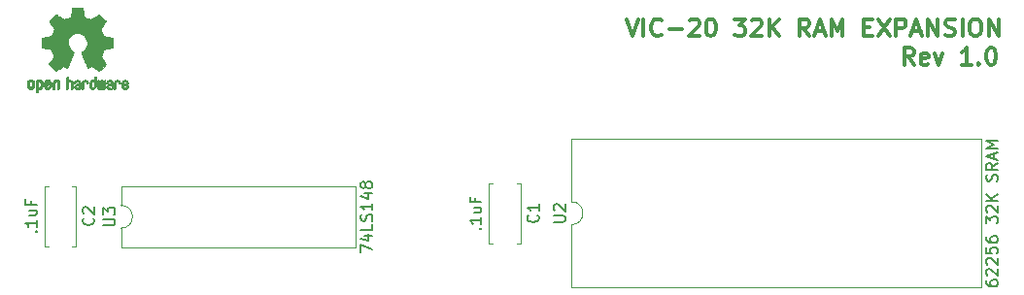
<source format=gto>
%TF.GenerationSoftware,KiCad,Pcbnew,7.0.5-0*%
%TF.CreationDate,2023-05-29T19:57:58-04:00*%
%TF.ProjectId,vic20-ram-expander,76696332-302d-4726-916d-2d657870616e,rev?*%
%TF.SameCoordinates,Original*%
%TF.FileFunction,Legend,Top*%
%TF.FilePolarity,Positive*%
%FSLAX46Y46*%
G04 Gerber Fmt 4.6, Leading zero omitted, Abs format (unit mm)*
G04 Created by KiCad (PCBNEW 7.0.5-0) date 2023-05-29 19:57:58*
%MOMM*%
%LPD*%
G01*
G04 APERTURE LIST*
%ADD10C,0.300000*%
%ADD11C,0.150000*%
%ADD12C,0.010000*%
%ADD13C,0.120000*%
G04 APERTURE END LIST*
D10*
X189911653Y-91300828D02*
X189411653Y-90586542D01*
X189054510Y-91300828D02*
X189054510Y-89800828D01*
X189054510Y-89800828D02*
X189625939Y-89800828D01*
X189625939Y-89800828D02*
X189768796Y-89872257D01*
X189768796Y-89872257D02*
X189840225Y-89943685D01*
X189840225Y-89943685D02*
X189911653Y-90086542D01*
X189911653Y-90086542D02*
X189911653Y-90300828D01*
X189911653Y-90300828D02*
X189840225Y-90443685D01*
X189840225Y-90443685D02*
X189768796Y-90515114D01*
X189768796Y-90515114D02*
X189625939Y-90586542D01*
X189625939Y-90586542D02*
X189054510Y-90586542D01*
X191125939Y-91229400D02*
X190983082Y-91300828D01*
X190983082Y-91300828D02*
X190697368Y-91300828D01*
X190697368Y-91300828D02*
X190554510Y-91229400D01*
X190554510Y-91229400D02*
X190483082Y-91086542D01*
X190483082Y-91086542D02*
X190483082Y-90515114D01*
X190483082Y-90515114D02*
X190554510Y-90372257D01*
X190554510Y-90372257D02*
X190697368Y-90300828D01*
X190697368Y-90300828D02*
X190983082Y-90300828D01*
X190983082Y-90300828D02*
X191125939Y-90372257D01*
X191125939Y-90372257D02*
X191197368Y-90515114D01*
X191197368Y-90515114D02*
X191197368Y-90657971D01*
X191197368Y-90657971D02*
X190483082Y-90800828D01*
X191697367Y-90300828D02*
X192054510Y-91300828D01*
X192054510Y-91300828D02*
X192411653Y-90300828D01*
X194911653Y-91300828D02*
X194054510Y-91300828D01*
X194483081Y-91300828D02*
X194483081Y-89800828D01*
X194483081Y-89800828D02*
X194340224Y-90015114D01*
X194340224Y-90015114D02*
X194197367Y-90157971D01*
X194197367Y-90157971D02*
X194054510Y-90229400D01*
X195554509Y-91157971D02*
X195625938Y-91229400D01*
X195625938Y-91229400D02*
X195554509Y-91300828D01*
X195554509Y-91300828D02*
X195483081Y-91229400D01*
X195483081Y-91229400D02*
X195554509Y-91157971D01*
X195554509Y-91157971D02*
X195554509Y-91300828D01*
X196554510Y-89800828D02*
X196697367Y-89800828D01*
X196697367Y-89800828D02*
X196840224Y-89872257D01*
X196840224Y-89872257D02*
X196911653Y-89943685D01*
X196911653Y-89943685D02*
X196983081Y-90086542D01*
X196983081Y-90086542D02*
X197054510Y-90372257D01*
X197054510Y-90372257D02*
X197054510Y-90729400D01*
X197054510Y-90729400D02*
X196983081Y-91015114D01*
X196983081Y-91015114D02*
X196911653Y-91157971D01*
X196911653Y-91157971D02*
X196840224Y-91229400D01*
X196840224Y-91229400D02*
X196697367Y-91300828D01*
X196697367Y-91300828D02*
X196554510Y-91300828D01*
X196554510Y-91300828D02*
X196411653Y-91229400D01*
X196411653Y-91229400D02*
X196340224Y-91157971D01*
X196340224Y-91157971D02*
X196268795Y-91015114D01*
X196268795Y-91015114D02*
X196197367Y-90729400D01*
X196197367Y-90729400D02*
X196197367Y-90372257D01*
X196197367Y-90372257D02*
X196268795Y-90086542D01*
X196268795Y-90086542D02*
X196340224Y-89943685D01*
X196340224Y-89943685D02*
X196411653Y-89872257D01*
X196411653Y-89872257D02*
X196554510Y-89800828D01*
X164840225Y-87300828D02*
X165340225Y-88800828D01*
X165340225Y-88800828D02*
X165840225Y-87300828D01*
X166340224Y-88800828D02*
X166340224Y-87300828D01*
X167911653Y-88657971D02*
X167840225Y-88729400D01*
X167840225Y-88729400D02*
X167625939Y-88800828D01*
X167625939Y-88800828D02*
X167483082Y-88800828D01*
X167483082Y-88800828D02*
X167268796Y-88729400D01*
X167268796Y-88729400D02*
X167125939Y-88586542D01*
X167125939Y-88586542D02*
X167054510Y-88443685D01*
X167054510Y-88443685D02*
X166983082Y-88157971D01*
X166983082Y-88157971D02*
X166983082Y-87943685D01*
X166983082Y-87943685D02*
X167054510Y-87657971D01*
X167054510Y-87657971D02*
X167125939Y-87515114D01*
X167125939Y-87515114D02*
X167268796Y-87372257D01*
X167268796Y-87372257D02*
X167483082Y-87300828D01*
X167483082Y-87300828D02*
X167625939Y-87300828D01*
X167625939Y-87300828D02*
X167840225Y-87372257D01*
X167840225Y-87372257D02*
X167911653Y-87443685D01*
X168554510Y-88229400D02*
X169697368Y-88229400D01*
X170340225Y-87443685D02*
X170411653Y-87372257D01*
X170411653Y-87372257D02*
X170554511Y-87300828D01*
X170554511Y-87300828D02*
X170911653Y-87300828D01*
X170911653Y-87300828D02*
X171054511Y-87372257D01*
X171054511Y-87372257D02*
X171125939Y-87443685D01*
X171125939Y-87443685D02*
X171197368Y-87586542D01*
X171197368Y-87586542D02*
X171197368Y-87729400D01*
X171197368Y-87729400D02*
X171125939Y-87943685D01*
X171125939Y-87943685D02*
X170268796Y-88800828D01*
X170268796Y-88800828D02*
X171197368Y-88800828D01*
X172125939Y-87300828D02*
X172268796Y-87300828D01*
X172268796Y-87300828D02*
X172411653Y-87372257D01*
X172411653Y-87372257D02*
X172483082Y-87443685D01*
X172483082Y-87443685D02*
X172554510Y-87586542D01*
X172554510Y-87586542D02*
X172625939Y-87872257D01*
X172625939Y-87872257D02*
X172625939Y-88229400D01*
X172625939Y-88229400D02*
X172554510Y-88515114D01*
X172554510Y-88515114D02*
X172483082Y-88657971D01*
X172483082Y-88657971D02*
X172411653Y-88729400D01*
X172411653Y-88729400D02*
X172268796Y-88800828D01*
X172268796Y-88800828D02*
X172125939Y-88800828D01*
X172125939Y-88800828D02*
X171983082Y-88729400D01*
X171983082Y-88729400D02*
X171911653Y-88657971D01*
X171911653Y-88657971D02*
X171840224Y-88515114D01*
X171840224Y-88515114D02*
X171768796Y-88229400D01*
X171768796Y-88229400D02*
X171768796Y-87872257D01*
X171768796Y-87872257D02*
X171840224Y-87586542D01*
X171840224Y-87586542D02*
X171911653Y-87443685D01*
X171911653Y-87443685D02*
X171983082Y-87372257D01*
X171983082Y-87372257D02*
X172125939Y-87300828D01*
X174268795Y-87300828D02*
X175197367Y-87300828D01*
X175197367Y-87300828D02*
X174697367Y-87872257D01*
X174697367Y-87872257D02*
X174911652Y-87872257D01*
X174911652Y-87872257D02*
X175054510Y-87943685D01*
X175054510Y-87943685D02*
X175125938Y-88015114D01*
X175125938Y-88015114D02*
X175197367Y-88157971D01*
X175197367Y-88157971D02*
X175197367Y-88515114D01*
X175197367Y-88515114D02*
X175125938Y-88657971D01*
X175125938Y-88657971D02*
X175054510Y-88729400D01*
X175054510Y-88729400D02*
X174911652Y-88800828D01*
X174911652Y-88800828D02*
X174483081Y-88800828D01*
X174483081Y-88800828D02*
X174340224Y-88729400D01*
X174340224Y-88729400D02*
X174268795Y-88657971D01*
X175768795Y-87443685D02*
X175840223Y-87372257D01*
X175840223Y-87372257D02*
X175983081Y-87300828D01*
X175983081Y-87300828D02*
X176340223Y-87300828D01*
X176340223Y-87300828D02*
X176483081Y-87372257D01*
X176483081Y-87372257D02*
X176554509Y-87443685D01*
X176554509Y-87443685D02*
X176625938Y-87586542D01*
X176625938Y-87586542D02*
X176625938Y-87729400D01*
X176625938Y-87729400D02*
X176554509Y-87943685D01*
X176554509Y-87943685D02*
X175697366Y-88800828D01*
X175697366Y-88800828D02*
X176625938Y-88800828D01*
X177268794Y-88800828D02*
X177268794Y-87300828D01*
X178125937Y-88800828D02*
X177483080Y-87943685D01*
X178125937Y-87300828D02*
X177268794Y-88157971D01*
X180768794Y-88800828D02*
X180268794Y-88086542D01*
X179911651Y-88800828D02*
X179911651Y-87300828D01*
X179911651Y-87300828D02*
X180483080Y-87300828D01*
X180483080Y-87300828D02*
X180625937Y-87372257D01*
X180625937Y-87372257D02*
X180697366Y-87443685D01*
X180697366Y-87443685D02*
X180768794Y-87586542D01*
X180768794Y-87586542D02*
X180768794Y-87800828D01*
X180768794Y-87800828D02*
X180697366Y-87943685D01*
X180697366Y-87943685D02*
X180625937Y-88015114D01*
X180625937Y-88015114D02*
X180483080Y-88086542D01*
X180483080Y-88086542D02*
X179911651Y-88086542D01*
X181340223Y-88372257D02*
X182054509Y-88372257D01*
X181197366Y-88800828D02*
X181697366Y-87300828D01*
X181697366Y-87300828D02*
X182197366Y-88800828D01*
X182697365Y-88800828D02*
X182697365Y-87300828D01*
X182697365Y-87300828D02*
X183197365Y-88372257D01*
X183197365Y-88372257D02*
X183697365Y-87300828D01*
X183697365Y-87300828D02*
X183697365Y-88800828D01*
X185554508Y-88015114D02*
X186054508Y-88015114D01*
X186268794Y-88800828D02*
X185554508Y-88800828D01*
X185554508Y-88800828D02*
X185554508Y-87300828D01*
X185554508Y-87300828D02*
X186268794Y-87300828D01*
X186768794Y-87300828D02*
X187768794Y-88800828D01*
X187768794Y-87300828D02*
X186768794Y-88800828D01*
X188340222Y-88800828D02*
X188340222Y-87300828D01*
X188340222Y-87300828D02*
X188911651Y-87300828D01*
X188911651Y-87300828D02*
X189054508Y-87372257D01*
X189054508Y-87372257D02*
X189125937Y-87443685D01*
X189125937Y-87443685D02*
X189197365Y-87586542D01*
X189197365Y-87586542D02*
X189197365Y-87800828D01*
X189197365Y-87800828D02*
X189125937Y-87943685D01*
X189125937Y-87943685D02*
X189054508Y-88015114D01*
X189054508Y-88015114D02*
X188911651Y-88086542D01*
X188911651Y-88086542D02*
X188340222Y-88086542D01*
X189768794Y-88372257D02*
X190483080Y-88372257D01*
X189625937Y-88800828D02*
X190125937Y-87300828D01*
X190125937Y-87300828D02*
X190625937Y-88800828D01*
X191125936Y-88800828D02*
X191125936Y-87300828D01*
X191125936Y-87300828D02*
X191983079Y-88800828D01*
X191983079Y-88800828D02*
X191983079Y-87300828D01*
X192625937Y-88729400D02*
X192840223Y-88800828D01*
X192840223Y-88800828D02*
X193197365Y-88800828D01*
X193197365Y-88800828D02*
X193340223Y-88729400D01*
X193340223Y-88729400D02*
X193411651Y-88657971D01*
X193411651Y-88657971D02*
X193483080Y-88515114D01*
X193483080Y-88515114D02*
X193483080Y-88372257D01*
X193483080Y-88372257D02*
X193411651Y-88229400D01*
X193411651Y-88229400D02*
X193340223Y-88157971D01*
X193340223Y-88157971D02*
X193197365Y-88086542D01*
X193197365Y-88086542D02*
X192911651Y-88015114D01*
X192911651Y-88015114D02*
X192768794Y-87943685D01*
X192768794Y-87943685D02*
X192697365Y-87872257D01*
X192697365Y-87872257D02*
X192625937Y-87729400D01*
X192625937Y-87729400D02*
X192625937Y-87586542D01*
X192625937Y-87586542D02*
X192697365Y-87443685D01*
X192697365Y-87443685D02*
X192768794Y-87372257D01*
X192768794Y-87372257D02*
X192911651Y-87300828D01*
X192911651Y-87300828D02*
X193268794Y-87300828D01*
X193268794Y-87300828D02*
X193483080Y-87372257D01*
X194125936Y-88800828D02*
X194125936Y-87300828D01*
X195125937Y-87300828D02*
X195411651Y-87300828D01*
X195411651Y-87300828D02*
X195554508Y-87372257D01*
X195554508Y-87372257D02*
X195697365Y-87515114D01*
X195697365Y-87515114D02*
X195768794Y-87800828D01*
X195768794Y-87800828D02*
X195768794Y-88300828D01*
X195768794Y-88300828D02*
X195697365Y-88586542D01*
X195697365Y-88586542D02*
X195554508Y-88729400D01*
X195554508Y-88729400D02*
X195411651Y-88800828D01*
X195411651Y-88800828D02*
X195125937Y-88800828D01*
X195125937Y-88800828D02*
X194983080Y-88729400D01*
X194983080Y-88729400D02*
X194840222Y-88586542D01*
X194840222Y-88586542D02*
X194768794Y-88300828D01*
X194768794Y-88300828D02*
X194768794Y-87800828D01*
X194768794Y-87800828D02*
X194840222Y-87515114D01*
X194840222Y-87515114D02*
X194983080Y-87372257D01*
X194983080Y-87372257D02*
X195125937Y-87300828D01*
X196411651Y-88800828D02*
X196411651Y-87300828D01*
X196411651Y-87300828D02*
X197268794Y-88800828D01*
X197268794Y-88800828D02*
X197268794Y-87300828D01*
D11*
%TO.C,U2*%
X158504819Y-105016904D02*
X159314342Y-105016904D01*
X159314342Y-105016904D02*
X159409580Y-104969285D01*
X159409580Y-104969285D02*
X159457200Y-104921666D01*
X159457200Y-104921666D02*
X159504819Y-104826428D01*
X159504819Y-104826428D02*
X159504819Y-104635952D01*
X159504819Y-104635952D02*
X159457200Y-104540714D01*
X159457200Y-104540714D02*
X159409580Y-104493095D01*
X159409580Y-104493095D02*
X159314342Y-104445476D01*
X159314342Y-104445476D02*
X158504819Y-104445476D01*
X158600057Y-104016904D02*
X158552438Y-103969285D01*
X158552438Y-103969285D02*
X158504819Y-103874047D01*
X158504819Y-103874047D02*
X158504819Y-103635952D01*
X158504819Y-103635952D02*
X158552438Y-103540714D01*
X158552438Y-103540714D02*
X158600057Y-103493095D01*
X158600057Y-103493095D02*
X158695295Y-103445476D01*
X158695295Y-103445476D02*
X158790533Y-103445476D01*
X158790533Y-103445476D02*
X158933390Y-103493095D01*
X158933390Y-103493095D02*
X159504819Y-104064523D01*
X159504819Y-104064523D02*
X159504819Y-103445476D01*
X196184819Y-110159762D02*
X196184819Y-110350238D01*
X196184819Y-110350238D02*
X196232438Y-110445476D01*
X196232438Y-110445476D02*
X196280057Y-110493095D01*
X196280057Y-110493095D02*
X196422914Y-110588333D01*
X196422914Y-110588333D02*
X196613390Y-110635952D01*
X196613390Y-110635952D02*
X196994342Y-110635952D01*
X196994342Y-110635952D02*
X197089580Y-110588333D01*
X197089580Y-110588333D02*
X197137200Y-110540714D01*
X197137200Y-110540714D02*
X197184819Y-110445476D01*
X197184819Y-110445476D02*
X197184819Y-110255000D01*
X197184819Y-110255000D02*
X197137200Y-110159762D01*
X197137200Y-110159762D02*
X197089580Y-110112143D01*
X197089580Y-110112143D02*
X196994342Y-110064524D01*
X196994342Y-110064524D02*
X196756247Y-110064524D01*
X196756247Y-110064524D02*
X196661009Y-110112143D01*
X196661009Y-110112143D02*
X196613390Y-110159762D01*
X196613390Y-110159762D02*
X196565771Y-110255000D01*
X196565771Y-110255000D02*
X196565771Y-110445476D01*
X196565771Y-110445476D02*
X196613390Y-110540714D01*
X196613390Y-110540714D02*
X196661009Y-110588333D01*
X196661009Y-110588333D02*
X196756247Y-110635952D01*
X196280057Y-109683571D02*
X196232438Y-109635952D01*
X196232438Y-109635952D02*
X196184819Y-109540714D01*
X196184819Y-109540714D02*
X196184819Y-109302619D01*
X196184819Y-109302619D02*
X196232438Y-109207381D01*
X196232438Y-109207381D02*
X196280057Y-109159762D01*
X196280057Y-109159762D02*
X196375295Y-109112143D01*
X196375295Y-109112143D02*
X196470533Y-109112143D01*
X196470533Y-109112143D02*
X196613390Y-109159762D01*
X196613390Y-109159762D02*
X197184819Y-109731190D01*
X197184819Y-109731190D02*
X197184819Y-109112143D01*
X196280057Y-108731190D02*
X196232438Y-108683571D01*
X196232438Y-108683571D02*
X196184819Y-108588333D01*
X196184819Y-108588333D02*
X196184819Y-108350238D01*
X196184819Y-108350238D02*
X196232438Y-108255000D01*
X196232438Y-108255000D02*
X196280057Y-108207381D01*
X196280057Y-108207381D02*
X196375295Y-108159762D01*
X196375295Y-108159762D02*
X196470533Y-108159762D01*
X196470533Y-108159762D02*
X196613390Y-108207381D01*
X196613390Y-108207381D02*
X197184819Y-108778809D01*
X197184819Y-108778809D02*
X197184819Y-108159762D01*
X196184819Y-107255000D02*
X196184819Y-107731190D01*
X196184819Y-107731190D02*
X196661009Y-107778809D01*
X196661009Y-107778809D02*
X196613390Y-107731190D01*
X196613390Y-107731190D02*
X196565771Y-107635952D01*
X196565771Y-107635952D02*
X196565771Y-107397857D01*
X196565771Y-107397857D02*
X196613390Y-107302619D01*
X196613390Y-107302619D02*
X196661009Y-107255000D01*
X196661009Y-107255000D02*
X196756247Y-107207381D01*
X196756247Y-107207381D02*
X196994342Y-107207381D01*
X196994342Y-107207381D02*
X197089580Y-107255000D01*
X197089580Y-107255000D02*
X197137200Y-107302619D01*
X197137200Y-107302619D02*
X197184819Y-107397857D01*
X197184819Y-107397857D02*
X197184819Y-107635952D01*
X197184819Y-107635952D02*
X197137200Y-107731190D01*
X197137200Y-107731190D02*
X197089580Y-107778809D01*
X196184819Y-106350238D02*
X196184819Y-106540714D01*
X196184819Y-106540714D02*
X196232438Y-106635952D01*
X196232438Y-106635952D02*
X196280057Y-106683571D01*
X196280057Y-106683571D02*
X196422914Y-106778809D01*
X196422914Y-106778809D02*
X196613390Y-106826428D01*
X196613390Y-106826428D02*
X196994342Y-106826428D01*
X196994342Y-106826428D02*
X197089580Y-106778809D01*
X197089580Y-106778809D02*
X197137200Y-106731190D01*
X197137200Y-106731190D02*
X197184819Y-106635952D01*
X197184819Y-106635952D02*
X197184819Y-106445476D01*
X197184819Y-106445476D02*
X197137200Y-106350238D01*
X197137200Y-106350238D02*
X197089580Y-106302619D01*
X197089580Y-106302619D02*
X196994342Y-106255000D01*
X196994342Y-106255000D02*
X196756247Y-106255000D01*
X196756247Y-106255000D02*
X196661009Y-106302619D01*
X196661009Y-106302619D02*
X196613390Y-106350238D01*
X196613390Y-106350238D02*
X196565771Y-106445476D01*
X196565771Y-106445476D02*
X196565771Y-106635952D01*
X196565771Y-106635952D02*
X196613390Y-106731190D01*
X196613390Y-106731190D02*
X196661009Y-106778809D01*
X196661009Y-106778809D02*
X196756247Y-106826428D01*
X196184819Y-105159761D02*
X196184819Y-104540714D01*
X196184819Y-104540714D02*
X196565771Y-104874047D01*
X196565771Y-104874047D02*
X196565771Y-104731190D01*
X196565771Y-104731190D02*
X196613390Y-104635952D01*
X196613390Y-104635952D02*
X196661009Y-104588333D01*
X196661009Y-104588333D02*
X196756247Y-104540714D01*
X196756247Y-104540714D02*
X196994342Y-104540714D01*
X196994342Y-104540714D02*
X197089580Y-104588333D01*
X197089580Y-104588333D02*
X197137200Y-104635952D01*
X197137200Y-104635952D02*
X197184819Y-104731190D01*
X197184819Y-104731190D02*
X197184819Y-105016904D01*
X197184819Y-105016904D02*
X197137200Y-105112142D01*
X197137200Y-105112142D02*
X197089580Y-105159761D01*
X196280057Y-104159761D02*
X196232438Y-104112142D01*
X196232438Y-104112142D02*
X196184819Y-104016904D01*
X196184819Y-104016904D02*
X196184819Y-103778809D01*
X196184819Y-103778809D02*
X196232438Y-103683571D01*
X196232438Y-103683571D02*
X196280057Y-103635952D01*
X196280057Y-103635952D02*
X196375295Y-103588333D01*
X196375295Y-103588333D02*
X196470533Y-103588333D01*
X196470533Y-103588333D02*
X196613390Y-103635952D01*
X196613390Y-103635952D02*
X197184819Y-104207380D01*
X197184819Y-104207380D02*
X197184819Y-103588333D01*
X197184819Y-103159761D02*
X196184819Y-103159761D01*
X197184819Y-102588333D02*
X196613390Y-103016904D01*
X196184819Y-102588333D02*
X196756247Y-103159761D01*
X197137200Y-101445475D02*
X197184819Y-101302618D01*
X197184819Y-101302618D02*
X197184819Y-101064523D01*
X197184819Y-101064523D02*
X197137200Y-100969285D01*
X197137200Y-100969285D02*
X197089580Y-100921666D01*
X197089580Y-100921666D02*
X196994342Y-100874047D01*
X196994342Y-100874047D02*
X196899104Y-100874047D01*
X196899104Y-100874047D02*
X196803866Y-100921666D01*
X196803866Y-100921666D02*
X196756247Y-100969285D01*
X196756247Y-100969285D02*
X196708628Y-101064523D01*
X196708628Y-101064523D02*
X196661009Y-101254999D01*
X196661009Y-101254999D02*
X196613390Y-101350237D01*
X196613390Y-101350237D02*
X196565771Y-101397856D01*
X196565771Y-101397856D02*
X196470533Y-101445475D01*
X196470533Y-101445475D02*
X196375295Y-101445475D01*
X196375295Y-101445475D02*
X196280057Y-101397856D01*
X196280057Y-101397856D02*
X196232438Y-101350237D01*
X196232438Y-101350237D02*
X196184819Y-101254999D01*
X196184819Y-101254999D02*
X196184819Y-101016904D01*
X196184819Y-101016904D02*
X196232438Y-100874047D01*
X197184819Y-99874047D02*
X196708628Y-100207380D01*
X197184819Y-100445475D02*
X196184819Y-100445475D01*
X196184819Y-100445475D02*
X196184819Y-100064523D01*
X196184819Y-100064523D02*
X196232438Y-99969285D01*
X196232438Y-99969285D02*
X196280057Y-99921666D01*
X196280057Y-99921666D02*
X196375295Y-99874047D01*
X196375295Y-99874047D02*
X196518152Y-99874047D01*
X196518152Y-99874047D02*
X196613390Y-99921666D01*
X196613390Y-99921666D02*
X196661009Y-99969285D01*
X196661009Y-99969285D02*
X196708628Y-100064523D01*
X196708628Y-100064523D02*
X196708628Y-100445475D01*
X196899104Y-99493094D02*
X196899104Y-99016904D01*
X197184819Y-99588332D02*
X196184819Y-99254999D01*
X196184819Y-99254999D02*
X197184819Y-98921666D01*
X197184819Y-98588332D02*
X196184819Y-98588332D01*
X196184819Y-98588332D02*
X196899104Y-98254999D01*
X196899104Y-98254999D02*
X196184819Y-97921666D01*
X196184819Y-97921666D02*
X197184819Y-97921666D01*
%TO.C,C1*%
X157109580Y-104416666D02*
X157157200Y-104464285D01*
X157157200Y-104464285D02*
X157204819Y-104607142D01*
X157204819Y-104607142D02*
X157204819Y-104702380D01*
X157204819Y-104702380D02*
X157157200Y-104845237D01*
X157157200Y-104845237D02*
X157061961Y-104940475D01*
X157061961Y-104940475D02*
X156966723Y-104988094D01*
X156966723Y-104988094D02*
X156776247Y-105035713D01*
X156776247Y-105035713D02*
X156633390Y-105035713D01*
X156633390Y-105035713D02*
X156442914Y-104988094D01*
X156442914Y-104988094D02*
X156347676Y-104940475D01*
X156347676Y-104940475D02*
X156252438Y-104845237D01*
X156252438Y-104845237D02*
X156204819Y-104702380D01*
X156204819Y-104702380D02*
X156204819Y-104607142D01*
X156204819Y-104607142D02*
X156252438Y-104464285D01*
X156252438Y-104464285D02*
X156300057Y-104416666D01*
X157204819Y-103464285D02*
X157204819Y-104035713D01*
X157204819Y-103749999D02*
X156204819Y-103749999D01*
X156204819Y-103749999D02*
X156347676Y-103845237D01*
X156347676Y-103845237D02*
X156442914Y-103940475D01*
X156442914Y-103940475D02*
X156490533Y-104035713D01*
X152109580Y-105607142D02*
X152157200Y-105559523D01*
X152157200Y-105559523D02*
X152204819Y-105607142D01*
X152204819Y-105607142D02*
X152157200Y-105654761D01*
X152157200Y-105654761D02*
X152109580Y-105607142D01*
X152109580Y-105607142D02*
X152204819Y-105607142D01*
X152204819Y-104607143D02*
X152204819Y-105178571D01*
X152204819Y-104892857D02*
X151204819Y-104892857D01*
X151204819Y-104892857D02*
X151347676Y-104988095D01*
X151347676Y-104988095D02*
X151442914Y-105083333D01*
X151442914Y-105083333D02*
X151490533Y-105178571D01*
X151538152Y-103750000D02*
X152204819Y-103750000D01*
X151538152Y-104178571D02*
X152061961Y-104178571D01*
X152061961Y-104178571D02*
X152157200Y-104130952D01*
X152157200Y-104130952D02*
X152204819Y-104035714D01*
X152204819Y-104035714D02*
X152204819Y-103892857D01*
X152204819Y-103892857D02*
X152157200Y-103797619D01*
X152157200Y-103797619D02*
X152109580Y-103750000D01*
X151681009Y-102940476D02*
X151681009Y-103273809D01*
X152204819Y-103273809D02*
X151204819Y-103273809D01*
X151204819Y-103273809D02*
X151204819Y-102797619D01*
%TO.C,C2*%
X118359580Y-104666666D02*
X118407200Y-104714285D01*
X118407200Y-104714285D02*
X118454819Y-104857142D01*
X118454819Y-104857142D02*
X118454819Y-104952380D01*
X118454819Y-104952380D02*
X118407200Y-105095237D01*
X118407200Y-105095237D02*
X118311961Y-105190475D01*
X118311961Y-105190475D02*
X118216723Y-105238094D01*
X118216723Y-105238094D02*
X118026247Y-105285713D01*
X118026247Y-105285713D02*
X117883390Y-105285713D01*
X117883390Y-105285713D02*
X117692914Y-105238094D01*
X117692914Y-105238094D02*
X117597676Y-105190475D01*
X117597676Y-105190475D02*
X117502438Y-105095237D01*
X117502438Y-105095237D02*
X117454819Y-104952380D01*
X117454819Y-104952380D02*
X117454819Y-104857142D01*
X117454819Y-104857142D02*
X117502438Y-104714285D01*
X117502438Y-104714285D02*
X117550057Y-104666666D01*
X117550057Y-104285713D02*
X117502438Y-104238094D01*
X117502438Y-104238094D02*
X117454819Y-104142856D01*
X117454819Y-104142856D02*
X117454819Y-103904761D01*
X117454819Y-103904761D02*
X117502438Y-103809523D01*
X117502438Y-103809523D02*
X117550057Y-103761904D01*
X117550057Y-103761904D02*
X117645295Y-103714285D01*
X117645295Y-103714285D02*
X117740533Y-103714285D01*
X117740533Y-103714285D02*
X117883390Y-103761904D01*
X117883390Y-103761904D02*
X118454819Y-104333332D01*
X118454819Y-104333332D02*
X118454819Y-103714285D01*
X113359580Y-105857142D02*
X113407200Y-105809523D01*
X113407200Y-105809523D02*
X113454819Y-105857142D01*
X113454819Y-105857142D02*
X113407200Y-105904761D01*
X113407200Y-105904761D02*
X113359580Y-105857142D01*
X113359580Y-105857142D02*
X113454819Y-105857142D01*
X113454819Y-104857143D02*
X113454819Y-105428571D01*
X113454819Y-105142857D02*
X112454819Y-105142857D01*
X112454819Y-105142857D02*
X112597676Y-105238095D01*
X112597676Y-105238095D02*
X112692914Y-105333333D01*
X112692914Y-105333333D02*
X112740533Y-105428571D01*
X112788152Y-104000000D02*
X113454819Y-104000000D01*
X112788152Y-104428571D02*
X113311961Y-104428571D01*
X113311961Y-104428571D02*
X113407200Y-104380952D01*
X113407200Y-104380952D02*
X113454819Y-104285714D01*
X113454819Y-104285714D02*
X113454819Y-104142857D01*
X113454819Y-104142857D02*
X113407200Y-104047619D01*
X113407200Y-104047619D02*
X113359580Y-104000000D01*
X112931009Y-103190476D02*
X112931009Y-103523809D01*
X113454819Y-103523809D02*
X112454819Y-103523809D01*
X112454819Y-103523809D02*
X112454819Y-103047619D01*
%TO.C,U3*%
X119249819Y-105321904D02*
X120059342Y-105321904D01*
X120059342Y-105321904D02*
X120154580Y-105274285D01*
X120154580Y-105274285D02*
X120202200Y-105226666D01*
X120202200Y-105226666D02*
X120249819Y-105131428D01*
X120249819Y-105131428D02*
X120249819Y-104940952D01*
X120249819Y-104940952D02*
X120202200Y-104845714D01*
X120202200Y-104845714D02*
X120154580Y-104798095D01*
X120154580Y-104798095D02*
X120059342Y-104750476D01*
X120059342Y-104750476D02*
X119249819Y-104750476D01*
X119249819Y-104369523D02*
X119249819Y-103750476D01*
X119249819Y-103750476D02*
X119630771Y-104083809D01*
X119630771Y-104083809D02*
X119630771Y-103940952D01*
X119630771Y-103940952D02*
X119678390Y-103845714D01*
X119678390Y-103845714D02*
X119726009Y-103798095D01*
X119726009Y-103798095D02*
X119821247Y-103750476D01*
X119821247Y-103750476D02*
X120059342Y-103750476D01*
X120059342Y-103750476D02*
X120154580Y-103798095D01*
X120154580Y-103798095D02*
X120202200Y-103845714D01*
X120202200Y-103845714D02*
X120249819Y-103940952D01*
X120249819Y-103940952D02*
X120249819Y-104226666D01*
X120249819Y-104226666D02*
X120202200Y-104321904D01*
X120202200Y-104321904D02*
X120154580Y-104369523D01*
X141689819Y-107679047D02*
X141689819Y-107012381D01*
X141689819Y-107012381D02*
X142689819Y-107440952D01*
X142023152Y-106202857D02*
X142689819Y-106202857D01*
X141642200Y-106440952D02*
X142356485Y-106679047D01*
X142356485Y-106679047D02*
X142356485Y-106060000D01*
X142689819Y-105202857D02*
X142689819Y-105679047D01*
X142689819Y-105679047D02*
X141689819Y-105679047D01*
X142642200Y-104917142D02*
X142689819Y-104774285D01*
X142689819Y-104774285D02*
X142689819Y-104536190D01*
X142689819Y-104536190D02*
X142642200Y-104440952D01*
X142642200Y-104440952D02*
X142594580Y-104393333D01*
X142594580Y-104393333D02*
X142499342Y-104345714D01*
X142499342Y-104345714D02*
X142404104Y-104345714D01*
X142404104Y-104345714D02*
X142308866Y-104393333D01*
X142308866Y-104393333D02*
X142261247Y-104440952D01*
X142261247Y-104440952D02*
X142213628Y-104536190D01*
X142213628Y-104536190D02*
X142166009Y-104726666D01*
X142166009Y-104726666D02*
X142118390Y-104821904D01*
X142118390Y-104821904D02*
X142070771Y-104869523D01*
X142070771Y-104869523D02*
X141975533Y-104917142D01*
X141975533Y-104917142D02*
X141880295Y-104917142D01*
X141880295Y-104917142D02*
X141785057Y-104869523D01*
X141785057Y-104869523D02*
X141737438Y-104821904D01*
X141737438Y-104821904D02*
X141689819Y-104726666D01*
X141689819Y-104726666D02*
X141689819Y-104488571D01*
X141689819Y-104488571D02*
X141737438Y-104345714D01*
X142689819Y-103393333D02*
X142689819Y-103964761D01*
X142689819Y-103679047D02*
X141689819Y-103679047D01*
X141689819Y-103679047D02*
X141832676Y-103774285D01*
X141832676Y-103774285D02*
X141927914Y-103869523D01*
X141927914Y-103869523D02*
X141975533Y-103964761D01*
X142023152Y-102536190D02*
X142689819Y-102536190D01*
X141642200Y-102774285D02*
X142356485Y-103012380D01*
X142356485Y-103012380D02*
X142356485Y-102393333D01*
X142118390Y-101869523D02*
X142070771Y-101964761D01*
X142070771Y-101964761D02*
X142023152Y-102012380D01*
X142023152Y-102012380D02*
X141927914Y-102059999D01*
X141927914Y-102059999D02*
X141880295Y-102059999D01*
X141880295Y-102059999D02*
X141785057Y-102012380D01*
X141785057Y-102012380D02*
X141737438Y-101964761D01*
X141737438Y-101964761D02*
X141689819Y-101869523D01*
X141689819Y-101869523D02*
X141689819Y-101679047D01*
X141689819Y-101679047D02*
X141737438Y-101583809D01*
X141737438Y-101583809D02*
X141785057Y-101536190D01*
X141785057Y-101536190D02*
X141880295Y-101488571D01*
X141880295Y-101488571D02*
X141927914Y-101488571D01*
X141927914Y-101488571D02*
X142023152Y-101536190D01*
X142023152Y-101536190D02*
X142070771Y-101583809D01*
X142070771Y-101583809D02*
X142118390Y-101679047D01*
X142118390Y-101679047D02*
X142118390Y-101869523D01*
X142118390Y-101869523D02*
X142166009Y-101964761D01*
X142166009Y-101964761D02*
X142213628Y-102012380D01*
X142213628Y-102012380D02*
X142308866Y-102059999D01*
X142308866Y-102059999D02*
X142499342Y-102059999D01*
X142499342Y-102059999D02*
X142594580Y-102012380D01*
X142594580Y-102012380D02*
X142642200Y-101964761D01*
X142642200Y-101964761D02*
X142689819Y-101869523D01*
X142689819Y-101869523D02*
X142689819Y-101679047D01*
X142689819Y-101679047D02*
X142642200Y-101583809D01*
X142642200Y-101583809D02*
X142594580Y-101536190D01*
X142594580Y-101536190D02*
X142499342Y-101488571D01*
X142499342Y-101488571D02*
X142308866Y-101488571D01*
X142308866Y-101488571D02*
X142213628Y-101536190D01*
X142213628Y-101536190D02*
X142166009Y-101583809D01*
X142166009Y-101583809D02*
X142118390Y-101679047D01*
%TO.C,REF\u002A\u002A*%
D12*
X115271664Y-92595089D02*
X115334367Y-92631358D01*
X115377961Y-92667358D01*
X115409845Y-92705075D01*
X115431810Y-92751199D01*
X115445649Y-92812421D01*
X115453153Y-92895431D01*
X115456117Y-93006919D01*
X115456461Y-93087062D01*
X115456461Y-93382065D01*
X115290385Y-93456515D01*
X115280615Y-93133402D01*
X115276579Y-93012729D01*
X115272344Y-92925141D01*
X115267097Y-92864650D01*
X115260025Y-92825268D01*
X115250311Y-92801007D01*
X115237144Y-92785880D01*
X115232919Y-92782606D01*
X115168909Y-92757034D01*
X115104208Y-92767153D01*
X115065692Y-92794000D01*
X115050025Y-92813024D01*
X115039180Y-92837988D01*
X115032288Y-92875834D01*
X115028479Y-92933502D01*
X115026883Y-93017935D01*
X115026615Y-93105928D01*
X115026563Y-93216323D01*
X115024672Y-93294463D01*
X115018345Y-93347165D01*
X115004983Y-93381242D01*
X114981985Y-93403511D01*
X114946754Y-93420787D01*
X114899697Y-93438738D01*
X114848303Y-93458278D01*
X114854421Y-93111485D01*
X114856884Y-92986468D01*
X114859767Y-92894082D01*
X114863898Y-92827881D01*
X114870107Y-92781420D01*
X114879226Y-92748256D01*
X114892083Y-92721944D01*
X114907584Y-92698729D01*
X114982371Y-92624569D01*
X115073628Y-92581684D01*
X115172883Y-92571412D01*
X115271664Y-92595089D01*
G36*
X115271664Y-92595089D02*
G01*
X115334367Y-92631358D01*
X115377961Y-92667358D01*
X115409845Y-92705075D01*
X115431810Y-92751199D01*
X115445649Y-92812421D01*
X115453153Y-92895431D01*
X115456117Y-93006919D01*
X115456461Y-93087062D01*
X115456461Y-93382065D01*
X115290385Y-93456515D01*
X115280615Y-93133402D01*
X115276579Y-93012729D01*
X115272344Y-92925141D01*
X115267097Y-92864650D01*
X115260025Y-92825268D01*
X115250311Y-92801007D01*
X115237144Y-92785880D01*
X115232919Y-92782606D01*
X115168909Y-92757034D01*
X115104208Y-92767153D01*
X115065692Y-92794000D01*
X115050025Y-92813024D01*
X115039180Y-92837988D01*
X115032288Y-92875834D01*
X115028479Y-92933502D01*
X115026883Y-93017935D01*
X115026615Y-93105928D01*
X115026563Y-93216323D01*
X115024672Y-93294463D01*
X115018345Y-93347165D01*
X115004983Y-93381242D01*
X114981985Y-93403511D01*
X114946754Y-93420787D01*
X114899697Y-93438738D01*
X114848303Y-93458278D01*
X114854421Y-93111485D01*
X114856884Y-92986468D01*
X114859767Y-92894082D01*
X114863898Y-92827881D01*
X114870107Y-92781420D01*
X114879226Y-92748256D01*
X114892083Y-92721944D01*
X114907584Y-92698729D01*
X114982371Y-92624569D01*
X115073628Y-92581684D01*
X115172883Y-92571412D01*
X115271664Y-92595089D01*
G37*
X118602081Y-92780289D02*
X118601833Y-92926320D01*
X118600872Y-93038655D01*
X118598794Y-93122678D01*
X118595193Y-93183769D01*
X118589665Y-93227309D01*
X118581804Y-93258679D01*
X118571207Y-93283262D01*
X118563182Y-93297294D01*
X118496728Y-93373388D01*
X118412470Y-93421084D01*
X118319249Y-93438199D01*
X118225900Y-93422546D01*
X118170312Y-93394418D01*
X118111957Y-93345760D01*
X118072186Y-93286333D01*
X118048190Y-93208507D01*
X118037161Y-93104652D01*
X118035599Y-93028462D01*
X118035809Y-93022986D01*
X118172308Y-93022986D01*
X118173141Y-93110355D01*
X118176961Y-93168192D01*
X118185746Y-93206029D01*
X118201474Y-93233398D01*
X118220266Y-93254042D01*
X118283375Y-93293890D01*
X118351137Y-93297295D01*
X118415179Y-93264025D01*
X118420164Y-93259517D01*
X118441439Y-93236067D01*
X118454779Y-93208166D01*
X118462001Y-93166641D01*
X118464923Y-93102316D01*
X118465385Y-93031200D01*
X118464383Y-92941858D01*
X118460238Y-92882258D01*
X118451236Y-92843089D01*
X118435667Y-92815040D01*
X118422902Y-92800144D01*
X118363600Y-92762575D01*
X118295301Y-92758057D01*
X118230110Y-92786753D01*
X118217528Y-92797406D01*
X118196111Y-92821063D01*
X118182744Y-92849251D01*
X118175566Y-92891245D01*
X118172719Y-92956319D01*
X118172308Y-93022986D01*
X118035809Y-93022986D01*
X118040322Y-92905765D01*
X118056362Y-92813577D01*
X118086528Y-92744269D01*
X118133629Y-92690211D01*
X118170312Y-92662505D01*
X118236990Y-92632572D01*
X118314272Y-92618678D01*
X118386110Y-92622397D01*
X118426308Y-92637400D01*
X118442082Y-92641670D01*
X118452550Y-92625750D01*
X118459856Y-92583089D01*
X118465385Y-92518106D01*
X118471437Y-92445732D01*
X118479844Y-92402187D01*
X118495141Y-92377287D01*
X118521864Y-92360845D01*
X118538654Y-92353564D01*
X118602154Y-92326963D01*
X118602081Y-92780289D01*
G36*
X118602081Y-92780289D02*
G01*
X118601833Y-92926320D01*
X118600872Y-93038655D01*
X118598794Y-93122678D01*
X118595193Y-93183769D01*
X118589665Y-93227309D01*
X118581804Y-93258679D01*
X118571207Y-93283262D01*
X118563182Y-93297294D01*
X118496728Y-93373388D01*
X118412470Y-93421084D01*
X118319249Y-93438199D01*
X118225900Y-93422546D01*
X118170312Y-93394418D01*
X118111957Y-93345760D01*
X118072186Y-93286333D01*
X118048190Y-93208507D01*
X118037161Y-93104652D01*
X118035599Y-93028462D01*
X118035809Y-93022986D01*
X118172308Y-93022986D01*
X118173141Y-93110355D01*
X118176961Y-93168192D01*
X118185746Y-93206029D01*
X118201474Y-93233398D01*
X118220266Y-93254042D01*
X118283375Y-93293890D01*
X118351137Y-93297295D01*
X118415179Y-93264025D01*
X118420164Y-93259517D01*
X118441439Y-93236067D01*
X118454779Y-93208166D01*
X118462001Y-93166641D01*
X118464923Y-93102316D01*
X118465385Y-93031200D01*
X118464383Y-92941858D01*
X118460238Y-92882258D01*
X118451236Y-92843089D01*
X118435667Y-92815040D01*
X118422902Y-92800144D01*
X118363600Y-92762575D01*
X118295301Y-92758057D01*
X118230110Y-92786753D01*
X118217528Y-92797406D01*
X118196111Y-92821063D01*
X118182744Y-92849251D01*
X118175566Y-92891245D01*
X118172719Y-92956319D01*
X118172308Y-93022986D01*
X118035809Y-93022986D01*
X118040322Y-92905765D01*
X118056362Y-92813577D01*
X118086528Y-92744269D01*
X118133629Y-92690211D01*
X118170312Y-92662505D01*
X118236990Y-92632572D01*
X118314272Y-92618678D01*
X118386110Y-92622397D01*
X118426308Y-92637400D01*
X118442082Y-92641670D01*
X118452550Y-92625750D01*
X118459856Y-92583089D01*
X118465385Y-92518106D01*
X118471437Y-92445732D01*
X118479844Y-92402187D01*
X118495141Y-92377287D01*
X118521864Y-92360845D01*
X118538654Y-92353564D01*
X118602154Y-92326963D01*
X118602081Y-92780289D01*
G37*
X116159846Y-92492120D02*
X116165572Y-92571980D01*
X116172149Y-92619039D01*
X116181262Y-92639566D01*
X116194598Y-92639829D01*
X116198923Y-92637378D01*
X116256444Y-92619636D01*
X116331268Y-92620672D01*
X116407339Y-92638910D01*
X116454918Y-92662505D01*
X116503702Y-92700198D01*
X116539364Y-92742855D01*
X116563845Y-92797057D01*
X116579087Y-92869384D01*
X116587030Y-92966419D01*
X116589616Y-93094742D01*
X116589662Y-93119358D01*
X116589692Y-93395870D01*
X116528161Y-93417320D01*
X116484459Y-93431912D01*
X116460482Y-93438706D01*
X116459777Y-93438769D01*
X116457415Y-93420345D01*
X116455406Y-93369526D01*
X116453901Y-93292993D01*
X116453053Y-93197430D01*
X116452923Y-93139329D01*
X116452651Y-93024771D01*
X116451252Y-92942667D01*
X116447849Y-92886393D01*
X116441567Y-92849326D01*
X116431529Y-92824844D01*
X116416861Y-92806325D01*
X116407702Y-92797406D01*
X116344789Y-92761466D01*
X116276136Y-92758775D01*
X116213848Y-92789170D01*
X116202329Y-92800144D01*
X116185433Y-92820779D01*
X116173714Y-92845256D01*
X116166233Y-92880647D01*
X116162054Y-92934026D01*
X116160237Y-93012466D01*
X116159846Y-93120617D01*
X116159846Y-93395870D01*
X116098315Y-93417320D01*
X116054613Y-93431912D01*
X116030636Y-93438706D01*
X116029930Y-93438769D01*
X116028126Y-93420069D01*
X116026500Y-93367322D01*
X116025117Y-93285557D01*
X116024042Y-93179805D01*
X116023340Y-93055094D01*
X116023077Y-92916455D01*
X116023077Y-92381806D01*
X116150077Y-92328236D01*
X116159846Y-92492120D01*
G36*
X116159846Y-92492120D02*
G01*
X116165572Y-92571980D01*
X116172149Y-92619039D01*
X116181262Y-92639566D01*
X116194598Y-92639829D01*
X116198923Y-92637378D01*
X116256444Y-92619636D01*
X116331268Y-92620672D01*
X116407339Y-92638910D01*
X116454918Y-92662505D01*
X116503702Y-92700198D01*
X116539364Y-92742855D01*
X116563845Y-92797057D01*
X116579087Y-92869384D01*
X116587030Y-92966419D01*
X116589616Y-93094742D01*
X116589662Y-93119358D01*
X116589692Y-93395870D01*
X116528161Y-93417320D01*
X116484459Y-93431912D01*
X116460482Y-93438706D01*
X116459777Y-93438769D01*
X116457415Y-93420345D01*
X116455406Y-93369526D01*
X116453901Y-93292993D01*
X116453053Y-93197430D01*
X116452923Y-93139329D01*
X116452651Y-93024771D01*
X116451252Y-92942667D01*
X116447849Y-92886393D01*
X116441567Y-92849326D01*
X116431529Y-92824844D01*
X116416861Y-92806325D01*
X116407702Y-92797406D01*
X116344789Y-92761466D01*
X116276136Y-92758775D01*
X116213848Y-92789170D01*
X116202329Y-92800144D01*
X116185433Y-92820779D01*
X116173714Y-92845256D01*
X116166233Y-92880647D01*
X116162054Y-92934026D01*
X116160237Y-93012466D01*
X116159846Y-93120617D01*
X116159846Y-93395870D01*
X116098315Y-93417320D01*
X116054613Y-93431912D01*
X116030636Y-93438706D01*
X116029930Y-93438769D01*
X116028126Y-93420069D01*
X116026500Y-93367322D01*
X116025117Y-93285557D01*
X116024042Y-93179805D01*
X116023340Y-93055094D01*
X116023077Y-92916455D01*
X116023077Y-92381806D01*
X116150077Y-92328236D01*
X116159846Y-92492120D01*
G37*
X117053501Y-92626303D02*
X117130060Y-92654733D01*
X117130936Y-92655279D01*
X117178285Y-92690127D01*
X117213241Y-92730852D01*
X117237825Y-92783925D01*
X117254062Y-92855814D01*
X117263975Y-92952992D01*
X117269586Y-93081928D01*
X117270077Y-93100298D01*
X117277141Y-93377287D01*
X117217695Y-93408028D01*
X117174681Y-93428802D01*
X117148710Y-93438646D01*
X117147509Y-93438769D01*
X117143014Y-93420606D01*
X117139444Y-93371612D01*
X117137248Y-93300031D01*
X117136769Y-93242068D01*
X117136758Y-93148170D01*
X117132466Y-93089203D01*
X117117503Y-93061079D01*
X117085482Y-93059706D01*
X117030014Y-93080998D01*
X116946269Y-93120136D01*
X116884689Y-93152643D01*
X116853017Y-93180845D01*
X116843706Y-93211582D01*
X116843692Y-93213104D01*
X116859057Y-93266054D01*
X116904547Y-93294660D01*
X116974166Y-93298803D01*
X117024313Y-93298084D01*
X117050754Y-93312527D01*
X117067243Y-93347218D01*
X117076733Y-93391416D01*
X117063057Y-93416493D01*
X117057907Y-93420082D01*
X117009425Y-93434496D01*
X116941531Y-93436537D01*
X116871612Y-93426983D01*
X116822068Y-93409522D01*
X116753570Y-93351364D01*
X116714634Y-93270408D01*
X116706923Y-93207160D01*
X116712807Y-93150111D01*
X116734101Y-93103542D01*
X116776265Y-93062181D01*
X116844759Y-93020755D01*
X116945044Y-92973993D01*
X116951154Y-92971350D01*
X117041490Y-92929617D01*
X117097235Y-92895391D01*
X117121129Y-92864635D01*
X117115913Y-92833311D01*
X117084328Y-92797383D01*
X117074883Y-92789116D01*
X117011617Y-92757058D01*
X116946064Y-92758407D01*
X116888972Y-92789838D01*
X116851093Y-92848024D01*
X116847574Y-92859446D01*
X116813300Y-92914837D01*
X116769809Y-92941518D01*
X116706923Y-92967960D01*
X116706923Y-92899548D01*
X116726052Y-92800110D01*
X116782831Y-92708902D01*
X116812378Y-92678389D01*
X116879542Y-92639228D01*
X116964956Y-92621500D01*
X117053501Y-92626303D01*
G36*
X117053501Y-92626303D02*
G01*
X117130060Y-92654733D01*
X117130936Y-92655279D01*
X117178285Y-92690127D01*
X117213241Y-92730852D01*
X117237825Y-92783925D01*
X117254062Y-92855814D01*
X117263975Y-92952992D01*
X117269586Y-93081928D01*
X117270077Y-93100298D01*
X117277141Y-93377287D01*
X117217695Y-93408028D01*
X117174681Y-93428802D01*
X117148710Y-93438646D01*
X117147509Y-93438769D01*
X117143014Y-93420606D01*
X117139444Y-93371612D01*
X117137248Y-93300031D01*
X117136769Y-93242068D01*
X117136758Y-93148170D01*
X117132466Y-93089203D01*
X117117503Y-93061079D01*
X117085482Y-93059706D01*
X117030014Y-93080998D01*
X116946269Y-93120136D01*
X116884689Y-93152643D01*
X116853017Y-93180845D01*
X116843706Y-93211582D01*
X116843692Y-93213104D01*
X116859057Y-93266054D01*
X116904547Y-93294660D01*
X116974166Y-93298803D01*
X117024313Y-93298084D01*
X117050754Y-93312527D01*
X117067243Y-93347218D01*
X117076733Y-93391416D01*
X117063057Y-93416493D01*
X117057907Y-93420082D01*
X117009425Y-93434496D01*
X116941531Y-93436537D01*
X116871612Y-93426983D01*
X116822068Y-93409522D01*
X116753570Y-93351364D01*
X116714634Y-93270408D01*
X116706923Y-93207160D01*
X116712807Y-93150111D01*
X116734101Y-93103542D01*
X116776265Y-93062181D01*
X116844759Y-93020755D01*
X116945044Y-92973993D01*
X116951154Y-92971350D01*
X117041490Y-92929617D01*
X117097235Y-92895391D01*
X117121129Y-92864635D01*
X117115913Y-92833311D01*
X117084328Y-92797383D01*
X117074883Y-92789116D01*
X117011617Y-92757058D01*
X116946064Y-92758407D01*
X116888972Y-92789838D01*
X116851093Y-92848024D01*
X116847574Y-92859446D01*
X116813300Y-92914837D01*
X116769809Y-92941518D01*
X116706923Y-92967960D01*
X116706923Y-92899548D01*
X116726052Y-92800110D01*
X116782831Y-92708902D01*
X116812378Y-92678389D01*
X116879542Y-92639228D01*
X116964956Y-92621500D01*
X117053501Y-92626303D01*
G37*
X113768886Y-92584505D02*
X113843539Y-92621727D01*
X113909431Y-92690261D01*
X113927577Y-92715648D01*
X113947345Y-92748866D01*
X113960172Y-92784945D01*
X113967510Y-92833098D01*
X113970813Y-92902536D01*
X113971538Y-92994206D01*
X113968263Y-93119830D01*
X113956877Y-93214154D01*
X113935041Y-93284523D01*
X113900419Y-93338286D01*
X113850670Y-93382788D01*
X113847014Y-93385423D01*
X113797985Y-93412377D01*
X113738945Y-93425712D01*
X113663859Y-93429000D01*
X113541795Y-93429000D01*
X113541744Y-93547497D01*
X113540608Y-93613492D01*
X113533686Y-93652202D01*
X113515598Y-93675419D01*
X113480962Y-93694933D01*
X113472645Y-93698920D01*
X113433720Y-93717603D01*
X113403583Y-93729403D01*
X113381174Y-93730422D01*
X113365433Y-93716761D01*
X113355302Y-93684522D01*
X113349723Y-93629804D01*
X113347635Y-93548711D01*
X113347981Y-93437344D01*
X113349700Y-93291802D01*
X113350237Y-93248269D01*
X113352172Y-93098205D01*
X113353904Y-93000042D01*
X113541692Y-93000042D01*
X113542748Y-93083364D01*
X113547438Y-93137880D01*
X113558051Y-93173837D01*
X113576872Y-93201482D01*
X113589650Y-93214965D01*
X113641890Y-93254417D01*
X113688142Y-93257628D01*
X113735867Y-93225049D01*
X113737077Y-93223846D01*
X113756494Y-93198668D01*
X113768307Y-93164447D01*
X113774265Y-93111748D01*
X113776120Y-93031131D01*
X113776154Y-93013271D01*
X113771670Y-92902175D01*
X113757074Y-92825161D01*
X113730650Y-92778147D01*
X113690683Y-92757050D01*
X113667584Y-92754923D01*
X113612762Y-92764900D01*
X113575158Y-92797752D01*
X113552523Y-92857857D01*
X113542606Y-92949598D01*
X113541692Y-93000042D01*
X113353904Y-93000042D01*
X113354222Y-92982060D01*
X113356873Y-92894679D01*
X113360606Y-92830905D01*
X113365907Y-92785582D01*
X113373258Y-92753555D01*
X113383143Y-92729668D01*
X113396046Y-92708764D01*
X113401579Y-92700898D01*
X113474969Y-92626595D01*
X113567760Y-92584467D01*
X113675096Y-92572722D01*
X113768886Y-92584505D01*
G36*
X113768886Y-92584505D02*
G01*
X113843539Y-92621727D01*
X113909431Y-92690261D01*
X113927577Y-92715648D01*
X113947345Y-92748866D01*
X113960172Y-92784945D01*
X113967510Y-92833098D01*
X113970813Y-92902536D01*
X113971538Y-92994206D01*
X113968263Y-93119830D01*
X113956877Y-93214154D01*
X113935041Y-93284523D01*
X113900419Y-93338286D01*
X113850670Y-93382788D01*
X113847014Y-93385423D01*
X113797985Y-93412377D01*
X113738945Y-93425712D01*
X113663859Y-93429000D01*
X113541795Y-93429000D01*
X113541744Y-93547497D01*
X113540608Y-93613492D01*
X113533686Y-93652202D01*
X113515598Y-93675419D01*
X113480962Y-93694933D01*
X113472645Y-93698920D01*
X113433720Y-93717603D01*
X113403583Y-93729403D01*
X113381174Y-93730422D01*
X113365433Y-93716761D01*
X113355302Y-93684522D01*
X113349723Y-93629804D01*
X113347635Y-93548711D01*
X113347981Y-93437344D01*
X113349700Y-93291802D01*
X113350237Y-93248269D01*
X113352172Y-93098205D01*
X113353904Y-93000042D01*
X113541692Y-93000042D01*
X113542748Y-93083364D01*
X113547438Y-93137880D01*
X113558051Y-93173837D01*
X113576872Y-93201482D01*
X113589650Y-93214965D01*
X113641890Y-93254417D01*
X113688142Y-93257628D01*
X113735867Y-93225049D01*
X113737077Y-93223846D01*
X113756494Y-93198668D01*
X113768307Y-93164447D01*
X113774265Y-93111748D01*
X113776120Y-93031131D01*
X113776154Y-93013271D01*
X113771670Y-92902175D01*
X113757074Y-92825161D01*
X113730650Y-92778147D01*
X113690683Y-92757050D01*
X113667584Y-92754923D01*
X113612762Y-92764900D01*
X113575158Y-92797752D01*
X113552523Y-92857857D01*
X113542606Y-92949598D01*
X113541692Y-93000042D01*
X113353904Y-93000042D01*
X113354222Y-92982060D01*
X113356873Y-92894679D01*
X113360606Y-92830905D01*
X113365907Y-92785582D01*
X113373258Y-92753555D01*
X113383143Y-92729668D01*
X113396046Y-92708764D01*
X113401579Y-92700898D01*
X113474969Y-92626595D01*
X113567760Y-92584467D01*
X113675096Y-92572722D01*
X113768886Y-92584505D01*
G37*
X113016886Y-92587256D02*
X113108464Y-92635409D01*
X113176049Y-92712905D01*
X113200057Y-92762727D01*
X113218738Y-92837533D01*
X113228301Y-92932052D01*
X113229208Y-93035210D01*
X113221921Y-93135935D01*
X113206903Y-93223153D01*
X113184615Y-93285791D01*
X113177765Y-93296579D01*
X113096632Y-93377105D01*
X113000266Y-93425336D01*
X112895701Y-93439450D01*
X112789968Y-93417629D01*
X112760543Y-93404547D01*
X112703241Y-93364231D01*
X112652950Y-93310775D01*
X112648197Y-93303995D01*
X112628878Y-93271321D01*
X112616108Y-93236394D01*
X112608564Y-93190414D01*
X112604924Y-93124584D01*
X112603865Y-93030105D01*
X112603846Y-93008923D01*
X112603894Y-93002182D01*
X112799231Y-93002182D01*
X112800368Y-93091349D01*
X112804841Y-93150520D01*
X112814246Y-93188741D01*
X112830176Y-93215053D01*
X112838308Y-93223846D01*
X112885058Y-93257261D01*
X112930447Y-93255737D01*
X112976340Y-93226752D01*
X113003712Y-93195809D01*
X113019923Y-93150643D01*
X113029026Y-93079420D01*
X113029651Y-93071114D01*
X113031204Y-92942037D01*
X113014965Y-92846172D01*
X112981152Y-92784107D01*
X112929984Y-92756432D01*
X112911720Y-92754923D01*
X112863760Y-92762513D01*
X112830953Y-92788808D01*
X112810895Y-92839095D01*
X112801178Y-92918664D01*
X112799231Y-93002182D01*
X112603894Y-93002182D01*
X112604574Y-92908249D01*
X112607629Y-92837906D01*
X112614322Y-92789163D01*
X112625960Y-92753288D01*
X112643853Y-92721548D01*
X112647808Y-92715648D01*
X112714267Y-92636104D01*
X112786685Y-92589929D01*
X112874849Y-92571599D01*
X112904787Y-92570703D01*
X113016886Y-92587256D01*
G36*
X113016886Y-92587256D02*
G01*
X113108464Y-92635409D01*
X113176049Y-92712905D01*
X113200057Y-92762727D01*
X113218738Y-92837533D01*
X113228301Y-92932052D01*
X113229208Y-93035210D01*
X113221921Y-93135935D01*
X113206903Y-93223153D01*
X113184615Y-93285791D01*
X113177765Y-93296579D01*
X113096632Y-93377105D01*
X113000266Y-93425336D01*
X112895701Y-93439450D01*
X112789968Y-93417629D01*
X112760543Y-93404547D01*
X112703241Y-93364231D01*
X112652950Y-93310775D01*
X112648197Y-93303995D01*
X112628878Y-93271321D01*
X112616108Y-93236394D01*
X112608564Y-93190414D01*
X112604924Y-93124584D01*
X112603865Y-93030105D01*
X112603846Y-93008923D01*
X112603894Y-93002182D01*
X112799231Y-93002182D01*
X112800368Y-93091349D01*
X112804841Y-93150520D01*
X112814246Y-93188741D01*
X112830176Y-93215053D01*
X112838308Y-93223846D01*
X112885058Y-93257261D01*
X112930447Y-93255737D01*
X112976340Y-93226752D01*
X113003712Y-93195809D01*
X113019923Y-93150643D01*
X113029026Y-93079420D01*
X113029651Y-93071114D01*
X113031204Y-92942037D01*
X113014965Y-92846172D01*
X112981152Y-92784107D01*
X112929984Y-92756432D01*
X112911720Y-92754923D01*
X112863760Y-92762513D01*
X112830953Y-92788808D01*
X112810895Y-92839095D01*
X112801178Y-92918664D01*
X112799231Y-93002182D01*
X112603894Y-93002182D01*
X112604574Y-92908249D01*
X112607629Y-92837906D01*
X112614322Y-92789163D01*
X112625960Y-92753288D01*
X112643853Y-92721548D01*
X112647808Y-92715648D01*
X112714267Y-92636104D01*
X112786685Y-92589929D01*
X112874849Y-92571599D01*
X112904787Y-92570703D01*
X113016886Y-92587256D01*
G37*
X117139878Y-86287776D02*
X117245612Y-86288355D01*
X117322132Y-86289922D01*
X117374372Y-86292972D01*
X117407263Y-86297996D01*
X117425737Y-86305489D01*
X117434727Y-86315944D01*
X117439163Y-86329853D01*
X117439594Y-86331654D01*
X117446333Y-86364145D01*
X117458808Y-86428252D01*
X117475719Y-86517151D01*
X117495771Y-86624019D01*
X117517664Y-86742033D01*
X117518429Y-86746178D01*
X117540359Y-86861831D01*
X117560877Y-86964014D01*
X117578659Y-87046598D01*
X117592381Y-87103456D01*
X117600718Y-87128458D01*
X117601116Y-87128901D01*
X117625677Y-87141110D01*
X117676315Y-87161456D01*
X117742095Y-87185545D01*
X117742461Y-87185674D01*
X117825317Y-87216818D01*
X117923000Y-87256491D01*
X118015077Y-87296381D01*
X118019434Y-87298353D01*
X118169407Y-87366420D01*
X118501498Y-87139639D01*
X118603374Y-87070504D01*
X118695657Y-87008697D01*
X118773003Y-86957733D01*
X118830064Y-86921127D01*
X118861495Y-86902394D01*
X118864479Y-86901004D01*
X118887321Y-86907190D01*
X118929982Y-86937035D01*
X118994128Y-86991947D01*
X119081421Y-87073334D01*
X119170535Y-87159922D01*
X119256441Y-87245247D01*
X119333327Y-87323108D01*
X119396564Y-87388697D01*
X119441523Y-87437205D01*
X119463576Y-87463825D01*
X119464396Y-87465195D01*
X119466834Y-87483463D01*
X119457650Y-87513295D01*
X119434574Y-87558721D01*
X119395337Y-87623770D01*
X119337670Y-87712470D01*
X119260795Y-87826657D01*
X119192570Y-87927162D01*
X119131582Y-88017303D01*
X119081356Y-88091849D01*
X119045416Y-88145565D01*
X119027287Y-88173218D01*
X119026146Y-88175095D01*
X119028359Y-88201590D01*
X119045138Y-88253086D01*
X119073142Y-88319851D01*
X119083122Y-88341172D01*
X119126672Y-88436159D01*
X119173134Y-88543937D01*
X119210877Y-88637192D01*
X119238073Y-88706406D01*
X119259675Y-88759006D01*
X119272158Y-88786497D01*
X119273709Y-88788616D01*
X119296668Y-88792124D01*
X119350786Y-88801738D01*
X119428868Y-88816089D01*
X119523719Y-88833807D01*
X119628143Y-88853525D01*
X119734944Y-88873874D01*
X119836926Y-88893486D01*
X119926894Y-88910991D01*
X119997653Y-88925022D01*
X120042006Y-88934209D01*
X120052885Y-88936807D01*
X120064122Y-88943218D01*
X120072605Y-88957697D01*
X120078714Y-88985133D01*
X120082832Y-89030411D01*
X120085341Y-89098420D01*
X120086621Y-89194047D01*
X120087054Y-89322180D01*
X120087077Y-89374701D01*
X120087077Y-89801845D01*
X119984500Y-89822091D01*
X119927431Y-89833070D01*
X119842269Y-89849095D01*
X119739372Y-89868233D01*
X119629096Y-89888551D01*
X119598615Y-89894132D01*
X119496855Y-89913917D01*
X119408205Y-89933373D01*
X119340108Y-89950697D01*
X119300004Y-89964088D01*
X119293323Y-89968079D01*
X119276919Y-89996342D01*
X119253399Y-90051109D01*
X119227316Y-90121588D01*
X119222142Y-90136769D01*
X119187956Y-90230896D01*
X119145523Y-90337101D01*
X119103997Y-90432473D01*
X119103792Y-90432916D01*
X119034640Y-90582525D01*
X119489512Y-91251617D01*
X119197500Y-91544116D01*
X119109180Y-91631170D01*
X119028625Y-91707909D01*
X118960360Y-91770237D01*
X118908908Y-91814056D01*
X118878794Y-91835270D01*
X118874474Y-91836616D01*
X118849111Y-91826016D01*
X118797358Y-91796547D01*
X118724868Y-91751705D01*
X118637294Y-91694984D01*
X118542612Y-91631462D01*
X118446516Y-91566668D01*
X118360837Y-91510287D01*
X118291016Y-91465788D01*
X118242494Y-91436639D01*
X118220782Y-91426308D01*
X118194293Y-91435050D01*
X118144062Y-91458087D01*
X118080451Y-91490631D01*
X118073708Y-91494249D01*
X117988046Y-91537210D01*
X117929306Y-91558279D01*
X117892772Y-91558503D01*
X117873731Y-91538928D01*
X117873620Y-91538654D01*
X117864102Y-91515472D01*
X117841403Y-91460441D01*
X117807282Y-91377822D01*
X117763500Y-91271872D01*
X117711816Y-91146852D01*
X117653992Y-91007020D01*
X117597991Y-90871637D01*
X117536447Y-90722234D01*
X117479939Y-90583832D01*
X117430161Y-90460673D01*
X117388806Y-90357002D01*
X117357568Y-90277059D01*
X117338141Y-90225088D01*
X117332154Y-90205692D01*
X117347168Y-90183443D01*
X117386439Y-90147982D01*
X117438807Y-90108887D01*
X117587941Y-89985245D01*
X117704511Y-89843522D01*
X117787118Y-89686704D01*
X117834366Y-89517775D01*
X117844857Y-89339722D01*
X117837231Y-89257539D01*
X117795682Y-89087031D01*
X117724123Y-88936459D01*
X117626995Y-88807309D01*
X117508734Y-88701064D01*
X117373780Y-88619210D01*
X117226571Y-88563232D01*
X117071544Y-88534615D01*
X116913139Y-88534844D01*
X116755794Y-88565405D01*
X116603946Y-88627782D01*
X116462035Y-88723460D01*
X116402803Y-88777572D01*
X116289203Y-88916520D01*
X116210106Y-89068361D01*
X116164986Y-89228667D01*
X116153316Y-89393012D01*
X116174569Y-89556971D01*
X116228220Y-89716118D01*
X116313740Y-89866025D01*
X116430605Y-90002267D01*
X116561193Y-90108887D01*
X116615588Y-90149642D01*
X116654014Y-90184718D01*
X116667846Y-90205726D01*
X116660603Y-90228635D01*
X116640005Y-90283365D01*
X116607746Y-90365672D01*
X116565521Y-90471315D01*
X116515023Y-90596050D01*
X116457948Y-90735636D01*
X116401854Y-90871670D01*
X116339967Y-91021201D01*
X116282644Y-91159767D01*
X116231644Y-91283107D01*
X116188727Y-91386964D01*
X116155653Y-91467080D01*
X116134181Y-91519195D01*
X116126225Y-91538654D01*
X116107429Y-91558423D01*
X116071074Y-91558365D01*
X116012479Y-91537441D01*
X115926968Y-91494613D01*
X115926292Y-91494249D01*
X115861907Y-91461012D01*
X115809861Y-91436802D01*
X115780512Y-91426404D01*
X115779217Y-91426308D01*
X115757124Y-91436855D01*
X115708348Y-91466184D01*
X115638331Y-91510827D01*
X115552514Y-91567314D01*
X115457388Y-91631462D01*
X115360540Y-91696411D01*
X115273253Y-91752896D01*
X115201181Y-91797421D01*
X115149977Y-91826490D01*
X115125526Y-91836616D01*
X115103010Y-91823307D01*
X115057742Y-91786112D01*
X114994244Y-91729128D01*
X114917039Y-91656449D01*
X114830651Y-91572171D01*
X114802399Y-91544016D01*
X114510287Y-91251416D01*
X114732631Y-90925104D01*
X114800202Y-90824897D01*
X114859507Y-90734963D01*
X114907217Y-90660510D01*
X114940007Y-90606751D01*
X114954548Y-90578894D01*
X114954974Y-90576912D01*
X114947308Y-90550655D01*
X114926689Y-90497837D01*
X114896685Y-90427310D01*
X114875625Y-90380093D01*
X114836248Y-90289694D01*
X114799165Y-90198366D01*
X114770415Y-90121200D01*
X114762605Y-90097692D01*
X114740417Y-90034916D01*
X114718727Y-89986411D01*
X114706813Y-89968079D01*
X114680523Y-89956859D01*
X114623142Y-89940954D01*
X114542118Y-89922167D01*
X114444895Y-89902299D01*
X114401385Y-89894132D01*
X114290896Y-89873829D01*
X114184916Y-89854170D01*
X114093801Y-89837088D01*
X114027908Y-89824518D01*
X114015500Y-89822091D01*
X113912923Y-89801845D01*
X113912923Y-89374701D01*
X113913153Y-89234246D01*
X113914099Y-89127979D01*
X113916141Y-89051013D01*
X113919662Y-88998460D01*
X113925043Y-88965433D01*
X113932666Y-88947045D01*
X113942912Y-88938408D01*
X113947115Y-88936807D01*
X113972470Y-88931127D01*
X114028484Y-88919795D01*
X114107964Y-88904179D01*
X114203712Y-88885647D01*
X114308533Y-88865569D01*
X114415232Y-88845312D01*
X114516613Y-88826246D01*
X114605479Y-88809739D01*
X114674637Y-88797159D01*
X114716889Y-88789875D01*
X114726290Y-88788616D01*
X114734807Y-88771763D01*
X114753660Y-88726870D01*
X114779324Y-88662430D01*
X114789123Y-88637192D01*
X114828648Y-88539686D01*
X114875192Y-88431959D01*
X114916877Y-88341172D01*
X114947550Y-88271753D01*
X114967956Y-88214710D01*
X114974768Y-88179777D01*
X114973682Y-88175095D01*
X114959285Y-88152991D01*
X114926412Y-88103831D01*
X114878590Y-88032848D01*
X114819348Y-87945278D01*
X114752215Y-87846357D01*
X114738941Y-87826830D01*
X114661046Y-87711140D01*
X114603787Y-87623044D01*
X114564881Y-87558486D01*
X114542044Y-87513411D01*
X114532994Y-87483763D01*
X114535448Y-87465485D01*
X114535511Y-87465369D01*
X114554827Y-87441361D01*
X114597551Y-87394947D01*
X114659051Y-87330937D01*
X114734698Y-87254145D01*
X114819861Y-87169382D01*
X114829465Y-87159922D01*
X114936790Y-87055989D01*
X115019615Y-86979675D01*
X115079605Y-86929571D01*
X115118423Y-86904270D01*
X115135520Y-86901004D01*
X115160473Y-86915250D01*
X115212255Y-86948156D01*
X115285520Y-86996208D01*
X115374920Y-87055890D01*
X115475111Y-87123688D01*
X115498501Y-87139639D01*
X115830593Y-87366420D01*
X115980565Y-87298353D01*
X116071770Y-87258685D01*
X116169669Y-87218791D01*
X116253831Y-87186983D01*
X116257538Y-87185674D01*
X116323369Y-87161576D01*
X116374116Y-87141200D01*
X116398842Y-87128936D01*
X116398884Y-87128901D01*
X116406729Y-87106734D01*
X116420066Y-87052217D01*
X116437570Y-86971480D01*
X116457917Y-86870650D01*
X116479782Y-86755856D01*
X116481571Y-86746178D01*
X116503504Y-86627904D01*
X116523640Y-86520542D01*
X116540680Y-86430917D01*
X116553328Y-86365851D01*
X116560284Y-86332168D01*
X116560406Y-86331654D01*
X116564639Y-86317325D01*
X116572871Y-86306507D01*
X116590033Y-86298706D01*
X116621058Y-86293429D01*
X116670878Y-86290182D01*
X116744424Y-86288472D01*
X116846629Y-86287807D01*
X116982425Y-86287693D01*
X117000000Y-86287692D01*
X117139878Y-86287776D01*
G36*
X117139878Y-86287776D02*
G01*
X117245612Y-86288355D01*
X117322132Y-86289922D01*
X117374372Y-86292972D01*
X117407263Y-86297996D01*
X117425737Y-86305489D01*
X117434727Y-86315944D01*
X117439163Y-86329853D01*
X117439594Y-86331654D01*
X117446333Y-86364145D01*
X117458808Y-86428252D01*
X117475719Y-86517151D01*
X117495771Y-86624019D01*
X117517664Y-86742033D01*
X117518429Y-86746178D01*
X117540359Y-86861831D01*
X117560877Y-86964014D01*
X117578659Y-87046598D01*
X117592381Y-87103456D01*
X117600718Y-87128458D01*
X117601116Y-87128901D01*
X117625677Y-87141110D01*
X117676315Y-87161456D01*
X117742095Y-87185545D01*
X117742461Y-87185674D01*
X117825317Y-87216818D01*
X117923000Y-87256491D01*
X118015077Y-87296381D01*
X118019434Y-87298353D01*
X118169407Y-87366420D01*
X118501498Y-87139639D01*
X118603374Y-87070504D01*
X118695657Y-87008697D01*
X118773003Y-86957733D01*
X118830064Y-86921127D01*
X118861495Y-86902394D01*
X118864479Y-86901004D01*
X118887321Y-86907190D01*
X118929982Y-86937035D01*
X118994128Y-86991947D01*
X119081421Y-87073334D01*
X119170535Y-87159922D01*
X119256441Y-87245247D01*
X119333327Y-87323108D01*
X119396564Y-87388697D01*
X119441523Y-87437205D01*
X119463576Y-87463825D01*
X119464396Y-87465195D01*
X119466834Y-87483463D01*
X119457650Y-87513295D01*
X119434574Y-87558721D01*
X119395337Y-87623770D01*
X119337670Y-87712470D01*
X119260795Y-87826657D01*
X119192570Y-87927162D01*
X119131582Y-88017303D01*
X119081356Y-88091849D01*
X119045416Y-88145565D01*
X119027287Y-88173218D01*
X119026146Y-88175095D01*
X119028359Y-88201590D01*
X119045138Y-88253086D01*
X119073142Y-88319851D01*
X119083122Y-88341172D01*
X119126672Y-88436159D01*
X119173134Y-88543937D01*
X119210877Y-88637192D01*
X119238073Y-88706406D01*
X119259675Y-88759006D01*
X119272158Y-88786497D01*
X119273709Y-88788616D01*
X119296668Y-88792124D01*
X119350786Y-88801738D01*
X119428868Y-88816089D01*
X119523719Y-88833807D01*
X119628143Y-88853525D01*
X119734944Y-88873874D01*
X119836926Y-88893486D01*
X119926894Y-88910991D01*
X119997653Y-88925022D01*
X120042006Y-88934209D01*
X120052885Y-88936807D01*
X120064122Y-88943218D01*
X120072605Y-88957697D01*
X120078714Y-88985133D01*
X120082832Y-89030411D01*
X120085341Y-89098420D01*
X120086621Y-89194047D01*
X120087054Y-89322180D01*
X120087077Y-89374701D01*
X120087077Y-89801845D01*
X119984500Y-89822091D01*
X119927431Y-89833070D01*
X119842269Y-89849095D01*
X119739372Y-89868233D01*
X119629096Y-89888551D01*
X119598615Y-89894132D01*
X119496855Y-89913917D01*
X119408205Y-89933373D01*
X119340108Y-89950697D01*
X119300004Y-89964088D01*
X119293323Y-89968079D01*
X119276919Y-89996342D01*
X119253399Y-90051109D01*
X119227316Y-90121588D01*
X119222142Y-90136769D01*
X119187956Y-90230896D01*
X119145523Y-90337101D01*
X119103997Y-90432473D01*
X119103792Y-90432916D01*
X119034640Y-90582525D01*
X119489512Y-91251617D01*
X119197500Y-91544116D01*
X119109180Y-91631170D01*
X119028625Y-91707909D01*
X118960360Y-91770237D01*
X118908908Y-91814056D01*
X118878794Y-91835270D01*
X118874474Y-91836616D01*
X118849111Y-91826016D01*
X118797358Y-91796547D01*
X118724868Y-91751705D01*
X118637294Y-91694984D01*
X118542612Y-91631462D01*
X118446516Y-91566668D01*
X118360837Y-91510287D01*
X118291016Y-91465788D01*
X118242494Y-91436639D01*
X118220782Y-91426308D01*
X118194293Y-91435050D01*
X118144062Y-91458087D01*
X118080451Y-91490631D01*
X118073708Y-91494249D01*
X117988046Y-91537210D01*
X117929306Y-91558279D01*
X117892772Y-91558503D01*
X117873731Y-91538928D01*
X117873620Y-91538654D01*
X117864102Y-91515472D01*
X117841403Y-91460441D01*
X117807282Y-91377822D01*
X117763500Y-91271872D01*
X117711816Y-91146852D01*
X117653992Y-91007020D01*
X117597991Y-90871637D01*
X117536447Y-90722234D01*
X117479939Y-90583832D01*
X117430161Y-90460673D01*
X117388806Y-90357002D01*
X117357568Y-90277059D01*
X117338141Y-90225088D01*
X117332154Y-90205692D01*
X117347168Y-90183443D01*
X117386439Y-90147982D01*
X117438807Y-90108887D01*
X117587941Y-89985245D01*
X117704511Y-89843522D01*
X117787118Y-89686704D01*
X117834366Y-89517775D01*
X117844857Y-89339722D01*
X117837231Y-89257539D01*
X117795682Y-89087031D01*
X117724123Y-88936459D01*
X117626995Y-88807309D01*
X117508734Y-88701064D01*
X117373780Y-88619210D01*
X117226571Y-88563232D01*
X117071544Y-88534615D01*
X116913139Y-88534844D01*
X116755794Y-88565405D01*
X116603946Y-88627782D01*
X116462035Y-88723460D01*
X116402803Y-88777572D01*
X116289203Y-88916520D01*
X116210106Y-89068361D01*
X116164986Y-89228667D01*
X116153316Y-89393012D01*
X116174569Y-89556971D01*
X116228220Y-89716118D01*
X116313740Y-89866025D01*
X116430605Y-90002267D01*
X116561193Y-90108887D01*
X116615588Y-90149642D01*
X116654014Y-90184718D01*
X116667846Y-90205726D01*
X116660603Y-90228635D01*
X116640005Y-90283365D01*
X116607746Y-90365672D01*
X116565521Y-90471315D01*
X116515023Y-90596050D01*
X116457948Y-90735636D01*
X116401854Y-90871670D01*
X116339967Y-91021201D01*
X116282644Y-91159767D01*
X116231644Y-91283107D01*
X116188727Y-91386964D01*
X116155653Y-91467080D01*
X116134181Y-91519195D01*
X116126225Y-91538654D01*
X116107429Y-91558423D01*
X116071074Y-91558365D01*
X116012479Y-91537441D01*
X115926968Y-91494613D01*
X115926292Y-91494249D01*
X115861907Y-91461012D01*
X115809861Y-91436802D01*
X115780512Y-91426404D01*
X115779217Y-91426308D01*
X115757124Y-91436855D01*
X115708348Y-91466184D01*
X115638331Y-91510827D01*
X115552514Y-91567314D01*
X115457388Y-91631462D01*
X115360540Y-91696411D01*
X115273253Y-91752896D01*
X115201181Y-91797421D01*
X115149977Y-91826490D01*
X115125526Y-91836616D01*
X115103010Y-91823307D01*
X115057742Y-91786112D01*
X114994244Y-91729128D01*
X114917039Y-91656449D01*
X114830651Y-91572171D01*
X114802399Y-91544016D01*
X114510287Y-91251416D01*
X114732631Y-90925104D01*
X114800202Y-90824897D01*
X114859507Y-90734963D01*
X114907217Y-90660510D01*
X114940007Y-90606751D01*
X114954548Y-90578894D01*
X114954974Y-90576912D01*
X114947308Y-90550655D01*
X114926689Y-90497837D01*
X114896685Y-90427310D01*
X114875625Y-90380093D01*
X114836248Y-90289694D01*
X114799165Y-90198366D01*
X114770415Y-90121200D01*
X114762605Y-90097692D01*
X114740417Y-90034916D01*
X114718727Y-89986411D01*
X114706813Y-89968079D01*
X114680523Y-89956859D01*
X114623142Y-89940954D01*
X114542118Y-89922167D01*
X114444895Y-89902299D01*
X114401385Y-89894132D01*
X114290896Y-89873829D01*
X114184916Y-89854170D01*
X114093801Y-89837088D01*
X114027908Y-89824518D01*
X114015500Y-89822091D01*
X113912923Y-89801845D01*
X113912923Y-89374701D01*
X113913153Y-89234246D01*
X113914099Y-89127979D01*
X113916141Y-89051013D01*
X113919662Y-88998460D01*
X113925043Y-88965433D01*
X113932666Y-88947045D01*
X113942912Y-88938408D01*
X113947115Y-88936807D01*
X113972470Y-88931127D01*
X114028484Y-88919795D01*
X114107964Y-88904179D01*
X114203712Y-88885647D01*
X114308533Y-88865569D01*
X114415232Y-88845312D01*
X114516613Y-88826246D01*
X114605479Y-88809739D01*
X114674637Y-88797159D01*
X114716889Y-88789875D01*
X114726290Y-88788616D01*
X114734807Y-88771763D01*
X114753660Y-88726870D01*
X114779324Y-88662430D01*
X114789123Y-88637192D01*
X114828648Y-88539686D01*
X114875192Y-88431959D01*
X114916877Y-88341172D01*
X114947550Y-88271753D01*
X114967956Y-88214710D01*
X114974768Y-88179777D01*
X114973682Y-88175095D01*
X114959285Y-88152991D01*
X114926412Y-88103831D01*
X114878590Y-88032848D01*
X114819348Y-87945278D01*
X114752215Y-87846357D01*
X114738941Y-87826830D01*
X114661046Y-87711140D01*
X114603787Y-87623044D01*
X114564881Y-87558486D01*
X114542044Y-87513411D01*
X114532994Y-87483763D01*
X114535448Y-87465485D01*
X114535511Y-87465369D01*
X114554827Y-87441361D01*
X114597551Y-87394947D01*
X114659051Y-87330937D01*
X114734698Y-87254145D01*
X114819861Y-87169382D01*
X114829465Y-87159922D01*
X114936790Y-87055989D01*
X115019615Y-86979675D01*
X115079605Y-86929571D01*
X115118423Y-86904270D01*
X115135520Y-86901004D01*
X115160473Y-86915250D01*
X115212255Y-86948156D01*
X115285520Y-86996208D01*
X115374920Y-87055890D01*
X115475111Y-87123688D01*
X115498501Y-87139639D01*
X115830593Y-87366420D01*
X115980565Y-87298353D01*
X116071770Y-87258685D01*
X116169669Y-87218791D01*
X116253831Y-87186983D01*
X116257538Y-87185674D01*
X116323369Y-87161576D01*
X116374116Y-87141200D01*
X116398842Y-87128936D01*
X116398884Y-87128901D01*
X116406729Y-87106734D01*
X116420066Y-87052217D01*
X116437570Y-86971480D01*
X116457917Y-86870650D01*
X116479782Y-86755856D01*
X116481571Y-86746178D01*
X116503504Y-86627904D01*
X116523640Y-86520542D01*
X116540680Y-86430917D01*
X116553328Y-86365851D01*
X116560284Y-86332168D01*
X116560406Y-86331654D01*
X116564639Y-86317325D01*
X116572871Y-86306507D01*
X116590033Y-86298706D01*
X116621058Y-86293429D01*
X116670878Y-86290182D01*
X116744424Y-86288472D01*
X116846629Y-86287807D01*
X116982425Y-86287693D01*
X117000000Y-86287692D01*
X117139878Y-86287776D01*
G37*
X119395929Y-92636662D02*
X119398911Y-92688068D01*
X119401247Y-92766192D01*
X119402749Y-92864857D01*
X119403231Y-92968343D01*
X119403231Y-93318533D01*
X119341401Y-93380363D01*
X119298793Y-93418462D01*
X119261390Y-93433895D01*
X119210270Y-93432918D01*
X119189978Y-93430433D01*
X119126554Y-93423200D01*
X119074095Y-93419055D01*
X119061308Y-93418672D01*
X119018199Y-93421176D01*
X118956544Y-93427462D01*
X118932638Y-93430433D01*
X118873922Y-93435028D01*
X118834464Y-93425046D01*
X118795338Y-93394228D01*
X118781215Y-93380363D01*
X118719385Y-93318533D01*
X118719385Y-92663503D01*
X118769150Y-92640829D01*
X118812002Y-92624034D01*
X118837073Y-92618154D01*
X118843501Y-92636736D01*
X118849509Y-92688655D01*
X118854697Y-92768172D01*
X118858664Y-92869546D01*
X118860577Y-92955192D01*
X118865923Y-93292231D01*
X118912560Y-93298825D01*
X118954976Y-93294214D01*
X118975760Y-93279287D01*
X118981570Y-93251377D01*
X118986530Y-93191925D01*
X118990246Y-93108466D01*
X118992324Y-93008532D01*
X118992624Y-92957104D01*
X118992923Y-92661054D01*
X119054454Y-92639604D01*
X119098004Y-92625020D01*
X119121694Y-92618219D01*
X119122377Y-92618154D01*
X119124754Y-92636642D01*
X119127366Y-92687906D01*
X119129995Y-92765649D01*
X119132421Y-92863574D01*
X119134115Y-92955192D01*
X119139461Y-93292231D01*
X119256692Y-93292231D01*
X119262072Y-92984746D01*
X119267451Y-92677261D01*
X119324601Y-92647707D01*
X119366797Y-92627413D01*
X119391770Y-92618204D01*
X119392491Y-92618154D01*
X119395929Y-92636662D01*
G36*
X119395929Y-92636662D02*
G01*
X119398911Y-92688068D01*
X119401247Y-92766192D01*
X119402749Y-92864857D01*
X119403231Y-92968343D01*
X119403231Y-93318533D01*
X119341401Y-93380363D01*
X119298793Y-93418462D01*
X119261390Y-93433895D01*
X119210270Y-93432918D01*
X119189978Y-93430433D01*
X119126554Y-93423200D01*
X119074095Y-93419055D01*
X119061308Y-93418672D01*
X119018199Y-93421176D01*
X118956544Y-93427462D01*
X118932638Y-93430433D01*
X118873922Y-93435028D01*
X118834464Y-93425046D01*
X118795338Y-93394228D01*
X118781215Y-93380363D01*
X118719385Y-93318533D01*
X118719385Y-92663503D01*
X118769150Y-92640829D01*
X118812002Y-92624034D01*
X118837073Y-92618154D01*
X118843501Y-92636736D01*
X118849509Y-92688655D01*
X118854697Y-92768172D01*
X118858664Y-92869546D01*
X118860577Y-92955192D01*
X118865923Y-93292231D01*
X118912560Y-93298825D01*
X118954976Y-93294214D01*
X118975760Y-93279287D01*
X118981570Y-93251377D01*
X118986530Y-93191925D01*
X118990246Y-93108466D01*
X118992324Y-93008532D01*
X118992624Y-92957104D01*
X118992923Y-92661054D01*
X119054454Y-92639604D01*
X119098004Y-92625020D01*
X119121694Y-92618219D01*
X119122377Y-92618154D01*
X119124754Y-92636642D01*
X119127366Y-92687906D01*
X119129995Y-92765649D01*
X119132421Y-92863574D01*
X119134115Y-92955192D01*
X119139461Y-93292231D01*
X119256692Y-93292231D01*
X119262072Y-92984746D01*
X119267451Y-92677261D01*
X119324601Y-92647707D01*
X119366797Y-92627413D01*
X119391770Y-92618204D01*
X119392491Y-92618154D01*
X119395929Y-92636662D01*
G37*
X119887333Y-92633528D02*
X119943590Y-92659117D01*
X119987747Y-92690124D01*
X120020101Y-92724795D01*
X120042438Y-92769520D01*
X120056546Y-92830692D01*
X120064211Y-92914701D01*
X120067220Y-93027940D01*
X120067538Y-93102509D01*
X120067538Y-93393420D01*
X120017773Y-93416095D01*
X119978576Y-93432667D01*
X119959157Y-93438769D01*
X119955442Y-93420610D01*
X119952495Y-93371648D01*
X119950691Y-93300153D01*
X119950308Y-93243385D01*
X119948661Y-93161371D01*
X119944222Y-93096309D01*
X119937740Y-93056467D01*
X119932590Y-93048000D01*
X119897977Y-93056646D01*
X119843640Y-93078823D01*
X119780722Y-93108886D01*
X119720368Y-93141192D01*
X119673721Y-93170098D01*
X119651926Y-93189961D01*
X119651839Y-93190175D01*
X119653714Y-93226935D01*
X119670525Y-93262026D01*
X119700039Y-93290528D01*
X119743116Y-93300061D01*
X119779932Y-93298950D01*
X119832074Y-93298133D01*
X119859444Y-93310349D01*
X119875882Y-93342624D01*
X119877955Y-93348710D01*
X119885081Y-93394739D01*
X119866024Y-93422687D01*
X119816353Y-93436007D01*
X119762697Y-93438470D01*
X119666142Y-93420210D01*
X119616159Y-93394131D01*
X119554429Y-93332868D01*
X119521690Y-93257670D01*
X119518753Y-93178211D01*
X119546424Y-93104167D01*
X119588047Y-93057769D01*
X119629604Y-93031793D01*
X119694922Y-92998907D01*
X119771038Y-92965557D01*
X119783726Y-92960461D01*
X119867333Y-92923565D01*
X119915530Y-92891046D01*
X119931030Y-92858718D01*
X119916550Y-92822394D01*
X119891692Y-92794000D01*
X119832939Y-92759039D01*
X119768293Y-92756417D01*
X119709008Y-92783358D01*
X119666339Y-92837088D01*
X119660739Y-92850950D01*
X119628133Y-92901936D01*
X119580530Y-92939787D01*
X119520461Y-92970850D01*
X119520461Y-92882768D01*
X119523997Y-92828951D01*
X119539156Y-92786534D01*
X119572768Y-92741279D01*
X119605035Y-92706420D01*
X119655209Y-92657062D01*
X119694193Y-92630547D01*
X119736064Y-92619911D01*
X119783460Y-92618154D01*
X119887333Y-92633528D01*
G36*
X119887333Y-92633528D02*
G01*
X119943590Y-92659117D01*
X119987747Y-92690124D01*
X120020101Y-92724795D01*
X120042438Y-92769520D01*
X120056546Y-92830692D01*
X120064211Y-92914701D01*
X120067220Y-93027940D01*
X120067538Y-93102509D01*
X120067538Y-93393420D01*
X120017773Y-93416095D01*
X119978576Y-93432667D01*
X119959157Y-93438769D01*
X119955442Y-93420610D01*
X119952495Y-93371648D01*
X119950691Y-93300153D01*
X119950308Y-93243385D01*
X119948661Y-93161371D01*
X119944222Y-93096309D01*
X119937740Y-93056467D01*
X119932590Y-93048000D01*
X119897977Y-93056646D01*
X119843640Y-93078823D01*
X119780722Y-93108886D01*
X119720368Y-93141192D01*
X119673721Y-93170098D01*
X119651926Y-93189961D01*
X119651839Y-93190175D01*
X119653714Y-93226935D01*
X119670525Y-93262026D01*
X119700039Y-93290528D01*
X119743116Y-93300061D01*
X119779932Y-93298950D01*
X119832074Y-93298133D01*
X119859444Y-93310349D01*
X119875882Y-93342624D01*
X119877955Y-93348710D01*
X119885081Y-93394739D01*
X119866024Y-93422687D01*
X119816353Y-93436007D01*
X119762697Y-93438470D01*
X119666142Y-93420210D01*
X119616159Y-93394131D01*
X119554429Y-93332868D01*
X119521690Y-93257670D01*
X119518753Y-93178211D01*
X119546424Y-93104167D01*
X119588047Y-93057769D01*
X119629604Y-93031793D01*
X119694922Y-92998907D01*
X119771038Y-92965557D01*
X119783726Y-92960461D01*
X119867333Y-92923565D01*
X119915530Y-92891046D01*
X119931030Y-92858718D01*
X119916550Y-92822394D01*
X119891692Y-92794000D01*
X119832939Y-92759039D01*
X119768293Y-92756417D01*
X119709008Y-92783358D01*
X119666339Y-92837088D01*
X119660739Y-92850950D01*
X119628133Y-92901936D01*
X119580530Y-92939787D01*
X119520461Y-92970850D01*
X119520461Y-92882768D01*
X119523997Y-92828951D01*
X119539156Y-92786534D01*
X119572768Y-92741279D01*
X119605035Y-92706420D01*
X119655209Y-92657062D01*
X119694193Y-92630547D01*
X119736064Y-92619911D01*
X119783460Y-92618154D01*
X119887333Y-92633528D01*
G37*
X114534254Y-92599745D02*
X114611286Y-92651567D01*
X114670816Y-92726412D01*
X114706378Y-92821654D01*
X114713571Y-92891756D01*
X114712754Y-92921009D01*
X114705914Y-92943407D01*
X114687112Y-92963474D01*
X114650408Y-92985733D01*
X114589862Y-93014709D01*
X114499534Y-93054927D01*
X114499077Y-93055129D01*
X114415933Y-93093210D01*
X114347753Y-93127025D01*
X114301505Y-93152933D01*
X114284158Y-93167295D01*
X114284154Y-93167411D01*
X114299443Y-93198685D01*
X114335196Y-93233157D01*
X114376242Y-93257990D01*
X114397037Y-93262923D01*
X114453770Y-93245862D01*
X114502627Y-93203133D01*
X114526465Y-93156155D01*
X114549397Y-93121522D01*
X114594318Y-93082081D01*
X114647123Y-93048009D01*
X114693710Y-93029480D01*
X114703452Y-93028462D01*
X114714418Y-93045215D01*
X114715079Y-93088039D01*
X114707020Y-93145781D01*
X114691827Y-93207289D01*
X114671086Y-93261409D01*
X114670038Y-93263510D01*
X114607621Y-93350660D01*
X114526726Y-93409939D01*
X114434856Y-93439034D01*
X114339513Y-93435634D01*
X114248198Y-93397428D01*
X114244138Y-93394741D01*
X114172306Y-93329642D01*
X114125073Y-93244705D01*
X114098934Y-93133021D01*
X114095426Y-93101643D01*
X114089213Y-92953536D01*
X114096661Y-92884468D01*
X114284154Y-92884468D01*
X114286590Y-92927552D01*
X114299914Y-92940126D01*
X114333132Y-92930719D01*
X114385494Y-92908483D01*
X114444024Y-92880610D01*
X114445479Y-92879872D01*
X114495089Y-92853777D01*
X114515000Y-92836363D01*
X114510090Y-92818107D01*
X114489416Y-92794120D01*
X114436819Y-92759406D01*
X114380177Y-92756856D01*
X114329369Y-92782119D01*
X114294276Y-92830847D01*
X114284154Y-92884468D01*
X114096661Y-92884468D01*
X114101992Y-92835036D01*
X114134778Y-92741055D01*
X114180421Y-92675215D01*
X114262802Y-92608681D01*
X114353546Y-92575676D01*
X114446185Y-92573573D01*
X114534254Y-92599745D01*
G36*
X114534254Y-92599745D02*
G01*
X114611286Y-92651567D01*
X114670816Y-92726412D01*
X114706378Y-92821654D01*
X114713571Y-92891756D01*
X114712754Y-92921009D01*
X114705914Y-92943407D01*
X114687112Y-92963474D01*
X114650408Y-92985733D01*
X114589862Y-93014709D01*
X114499534Y-93054927D01*
X114499077Y-93055129D01*
X114415933Y-93093210D01*
X114347753Y-93127025D01*
X114301505Y-93152933D01*
X114284158Y-93167295D01*
X114284154Y-93167411D01*
X114299443Y-93198685D01*
X114335196Y-93233157D01*
X114376242Y-93257990D01*
X114397037Y-93262923D01*
X114453770Y-93245862D01*
X114502627Y-93203133D01*
X114526465Y-93156155D01*
X114549397Y-93121522D01*
X114594318Y-93082081D01*
X114647123Y-93048009D01*
X114693710Y-93029480D01*
X114703452Y-93028462D01*
X114714418Y-93045215D01*
X114715079Y-93088039D01*
X114707020Y-93145781D01*
X114691827Y-93207289D01*
X114671086Y-93261409D01*
X114670038Y-93263510D01*
X114607621Y-93350660D01*
X114526726Y-93409939D01*
X114434856Y-93439034D01*
X114339513Y-93435634D01*
X114248198Y-93397428D01*
X114244138Y-93394741D01*
X114172306Y-93329642D01*
X114125073Y-93244705D01*
X114098934Y-93133021D01*
X114095426Y-93101643D01*
X114089213Y-92953536D01*
X114096661Y-92884468D01*
X114284154Y-92884468D01*
X114286590Y-92927552D01*
X114299914Y-92940126D01*
X114333132Y-92930719D01*
X114385494Y-92908483D01*
X114444024Y-92880610D01*
X114445479Y-92879872D01*
X114495089Y-92853777D01*
X114515000Y-92836363D01*
X114510090Y-92818107D01*
X114489416Y-92794120D01*
X114436819Y-92759406D01*
X114380177Y-92756856D01*
X114329369Y-92782119D01*
X114294276Y-92830847D01*
X114284154Y-92884468D01*
X114096661Y-92884468D01*
X114101992Y-92835036D01*
X114134778Y-92741055D01*
X114180421Y-92675215D01*
X114262802Y-92608681D01*
X114353546Y-92575676D01*
X114446185Y-92573573D01*
X114534254Y-92599745D01*
G37*
X117713362Y-92624670D02*
X117802117Y-92657421D01*
X117874022Y-92715350D01*
X117902144Y-92756128D01*
X117932802Y-92830954D01*
X117932165Y-92885058D01*
X117899987Y-92921446D01*
X117888081Y-92927633D01*
X117836675Y-92946925D01*
X117810422Y-92941982D01*
X117801530Y-92909587D01*
X117801077Y-92891692D01*
X117784797Y-92825859D01*
X117742365Y-92779807D01*
X117683388Y-92757564D01*
X117617475Y-92763161D01*
X117563895Y-92792229D01*
X117545798Y-92808810D01*
X117532971Y-92828925D01*
X117524306Y-92859332D01*
X117518696Y-92906788D01*
X117515035Y-92978050D01*
X117512215Y-93079875D01*
X117511484Y-93112115D01*
X117508820Y-93222410D01*
X117505792Y-93300036D01*
X117501250Y-93351396D01*
X117494046Y-93382890D01*
X117483033Y-93400920D01*
X117467060Y-93411888D01*
X117456834Y-93416733D01*
X117413406Y-93433301D01*
X117387842Y-93438769D01*
X117379395Y-93420507D01*
X117374239Y-93365296D01*
X117372346Y-93272499D01*
X117373689Y-93141478D01*
X117374107Y-93121269D01*
X117377058Y-93001733D01*
X117380548Y-92914449D01*
X117385514Y-92852591D01*
X117392893Y-92809336D01*
X117403624Y-92777860D01*
X117418645Y-92751339D01*
X117426502Y-92739975D01*
X117471553Y-92689692D01*
X117521940Y-92650581D01*
X117528108Y-92647167D01*
X117618458Y-92620212D01*
X117713362Y-92624670D01*
G36*
X117713362Y-92624670D02*
G01*
X117802117Y-92657421D01*
X117874022Y-92715350D01*
X117902144Y-92756128D01*
X117932802Y-92830954D01*
X117932165Y-92885058D01*
X117899987Y-92921446D01*
X117888081Y-92927633D01*
X117836675Y-92946925D01*
X117810422Y-92941982D01*
X117801530Y-92909587D01*
X117801077Y-92891692D01*
X117784797Y-92825859D01*
X117742365Y-92779807D01*
X117683388Y-92757564D01*
X117617475Y-92763161D01*
X117563895Y-92792229D01*
X117545798Y-92808810D01*
X117532971Y-92828925D01*
X117524306Y-92859332D01*
X117518696Y-92906788D01*
X117515035Y-92978050D01*
X117512215Y-93079875D01*
X117511484Y-93112115D01*
X117508820Y-93222410D01*
X117505792Y-93300036D01*
X117501250Y-93351396D01*
X117494046Y-93382890D01*
X117483033Y-93400920D01*
X117467060Y-93411888D01*
X117456834Y-93416733D01*
X117413406Y-93433301D01*
X117387842Y-93438769D01*
X117379395Y-93420507D01*
X117374239Y-93365296D01*
X117372346Y-93272499D01*
X117373689Y-93141478D01*
X117374107Y-93121269D01*
X117377058Y-93001733D01*
X117380548Y-92914449D01*
X117385514Y-92852591D01*
X117392893Y-92809336D01*
X117403624Y-92777860D01*
X117418645Y-92751339D01*
X117426502Y-92739975D01*
X117471553Y-92689692D01*
X117521940Y-92650581D01*
X117528108Y-92647167D01*
X117618458Y-92620212D01*
X117713362Y-92624670D01*
G37*
X120570807Y-92636782D02*
X120594161Y-92646988D01*
X120649902Y-92691134D01*
X120697569Y-92754967D01*
X120727048Y-92823087D01*
X120731846Y-92856670D01*
X120715760Y-92903556D01*
X120680475Y-92928365D01*
X120642644Y-92943387D01*
X120625321Y-92946155D01*
X120616886Y-92926066D01*
X120600230Y-92882351D01*
X120592923Y-92862598D01*
X120551948Y-92794271D01*
X120492622Y-92760191D01*
X120416552Y-92761239D01*
X120410918Y-92762581D01*
X120370305Y-92781836D01*
X120340448Y-92819375D01*
X120320055Y-92879809D01*
X120307836Y-92967751D01*
X120302500Y-93087813D01*
X120302000Y-93151698D01*
X120301752Y-93252403D01*
X120300126Y-93321054D01*
X120295801Y-93364673D01*
X120287454Y-93390282D01*
X120273765Y-93404903D01*
X120253411Y-93415558D01*
X120252234Y-93416095D01*
X120213038Y-93432667D01*
X120193619Y-93438769D01*
X120190635Y-93420319D01*
X120188081Y-93369323D01*
X120186140Y-93292308D01*
X120184997Y-93195805D01*
X120184769Y-93125184D01*
X120185932Y-92988525D01*
X120190479Y-92884851D01*
X120199999Y-92808108D01*
X120216081Y-92752246D01*
X120240313Y-92711212D01*
X120274286Y-92678954D01*
X120307833Y-92656440D01*
X120388499Y-92626476D01*
X120482381Y-92619718D01*
X120570807Y-92636782D01*
G36*
X120570807Y-92636782D02*
G01*
X120594161Y-92646988D01*
X120649902Y-92691134D01*
X120697569Y-92754967D01*
X120727048Y-92823087D01*
X120731846Y-92856670D01*
X120715760Y-92903556D01*
X120680475Y-92928365D01*
X120642644Y-92943387D01*
X120625321Y-92946155D01*
X120616886Y-92926066D01*
X120600230Y-92882351D01*
X120592923Y-92862598D01*
X120551948Y-92794271D01*
X120492622Y-92760191D01*
X120416552Y-92761239D01*
X120410918Y-92762581D01*
X120370305Y-92781836D01*
X120340448Y-92819375D01*
X120320055Y-92879809D01*
X120307836Y-92967751D01*
X120302500Y-93087813D01*
X120302000Y-93151698D01*
X120301752Y-93252403D01*
X120300126Y-93321054D01*
X120295801Y-93364673D01*
X120287454Y-93390282D01*
X120273765Y-93404903D01*
X120253411Y-93415558D01*
X120252234Y-93416095D01*
X120213038Y-93432667D01*
X120193619Y-93438769D01*
X120190635Y-93420319D01*
X120188081Y-93369323D01*
X120186140Y-93292308D01*
X120184997Y-93195805D01*
X120184769Y-93125184D01*
X120185932Y-92988525D01*
X120190479Y-92884851D01*
X120199999Y-92808108D01*
X120216081Y-92752246D01*
X120240313Y-92711212D01*
X120274286Y-92678954D01*
X120307833Y-92656440D01*
X120388499Y-92626476D01*
X120482381Y-92619718D01*
X120570807Y-92636782D01*
G37*
X121245224Y-92647838D02*
X121322528Y-92698361D01*
X121359814Y-92743590D01*
X121389353Y-92825663D01*
X121391699Y-92890607D01*
X121386385Y-92977445D01*
X121186115Y-93065103D01*
X121088739Y-93109887D01*
X121025113Y-93145913D01*
X120992029Y-93177117D01*
X120986280Y-93207436D01*
X121004658Y-93240805D01*
X121024923Y-93262923D01*
X121083889Y-93298393D01*
X121148024Y-93300879D01*
X121206926Y-93273235D01*
X121250197Y-93218320D01*
X121257936Y-93198928D01*
X121295006Y-93138364D01*
X121337654Y-93112552D01*
X121396154Y-93090471D01*
X121396154Y-93174184D01*
X121390982Y-93231150D01*
X121370723Y-93279189D01*
X121328262Y-93334346D01*
X121321951Y-93341514D01*
X121274720Y-93390585D01*
X121234121Y-93416920D01*
X121183328Y-93429035D01*
X121141220Y-93433003D01*
X121065902Y-93433991D01*
X121012286Y-93421466D01*
X120978838Y-93402869D01*
X120926268Y-93361975D01*
X120889879Y-93317748D01*
X120866850Y-93262126D01*
X120854359Y-93187047D01*
X120849587Y-93084449D01*
X120849206Y-93032376D01*
X120850501Y-92969948D01*
X120968471Y-92969948D01*
X120969839Y-93003438D01*
X120973249Y-93008923D01*
X120995753Y-93001472D01*
X121044182Y-92981753D01*
X121108908Y-92953718D01*
X121122443Y-92947692D01*
X121204244Y-92906096D01*
X121249312Y-92869538D01*
X121259217Y-92835296D01*
X121235526Y-92800648D01*
X121215960Y-92785339D01*
X121145360Y-92754721D01*
X121079280Y-92759780D01*
X121023959Y-92797151D01*
X120985636Y-92863473D01*
X120973349Y-92916116D01*
X120968471Y-92969948D01*
X120850501Y-92969948D01*
X120851730Y-92910720D01*
X120861032Y-92820710D01*
X120879460Y-92755167D01*
X120909360Y-92706912D01*
X120953080Y-92668767D01*
X120972141Y-92656440D01*
X121058726Y-92624336D01*
X121153522Y-92622316D01*
X121245224Y-92647838D01*
G36*
X121245224Y-92647838D02*
G01*
X121322528Y-92698361D01*
X121359814Y-92743590D01*
X121389353Y-92825663D01*
X121391699Y-92890607D01*
X121386385Y-92977445D01*
X121186115Y-93065103D01*
X121088739Y-93109887D01*
X121025113Y-93145913D01*
X120992029Y-93177117D01*
X120986280Y-93207436D01*
X121004658Y-93240805D01*
X121024923Y-93262923D01*
X121083889Y-93298393D01*
X121148024Y-93300879D01*
X121206926Y-93273235D01*
X121250197Y-93218320D01*
X121257936Y-93198928D01*
X121295006Y-93138364D01*
X121337654Y-93112552D01*
X121396154Y-93090471D01*
X121396154Y-93174184D01*
X121390982Y-93231150D01*
X121370723Y-93279189D01*
X121328262Y-93334346D01*
X121321951Y-93341514D01*
X121274720Y-93390585D01*
X121234121Y-93416920D01*
X121183328Y-93429035D01*
X121141220Y-93433003D01*
X121065902Y-93433991D01*
X121012286Y-93421466D01*
X120978838Y-93402869D01*
X120926268Y-93361975D01*
X120889879Y-93317748D01*
X120866850Y-93262126D01*
X120854359Y-93187047D01*
X120849587Y-93084449D01*
X120849206Y-93032376D01*
X120850501Y-92969948D01*
X120968471Y-92969948D01*
X120969839Y-93003438D01*
X120973249Y-93008923D01*
X120995753Y-93001472D01*
X121044182Y-92981753D01*
X121108908Y-92953718D01*
X121122443Y-92947692D01*
X121204244Y-92906096D01*
X121249312Y-92869538D01*
X121259217Y-92835296D01*
X121235526Y-92800648D01*
X121215960Y-92785339D01*
X121145360Y-92754721D01*
X121079280Y-92759780D01*
X121023959Y-92797151D01*
X120985636Y-92863473D01*
X120973349Y-92916116D01*
X120968471Y-92969948D01*
X120850501Y-92969948D01*
X120851730Y-92910720D01*
X120861032Y-92820710D01*
X120879460Y-92755167D01*
X120909360Y-92706912D01*
X120953080Y-92668767D01*
X120972141Y-92656440D01*
X121058726Y-92624336D01*
X121153522Y-92622316D01*
X121245224Y-92647838D01*
G37*
D13*
%TO.C,U2*%
X160050000Y-110715000D02*
X195730000Y-110715000D01*
X195730000Y-110715000D02*
X195730000Y-97795000D01*
X160050000Y-105255000D02*
X160050000Y-110715000D01*
X160050000Y-97795000D02*
X160050000Y-103255000D01*
X195730000Y-97795000D02*
X160050000Y-97795000D01*
X160050000Y-105255000D02*
G75*
G03*
X160050000Y-103255000I0J1000000D01*
G01*
%TO.C,C1*%
X155620000Y-101630000D02*
X155305000Y-101630000D01*
X155620000Y-101630000D02*
X155620000Y-106870000D01*
X153195000Y-101630000D02*
X152880000Y-101630000D01*
X152880000Y-101630000D02*
X152880000Y-106870000D01*
X155620000Y-106870000D02*
X155305000Y-106870000D01*
X153195000Y-106870000D02*
X152880000Y-106870000D01*
%TO.C,C2*%
X116870000Y-101880000D02*
X116555000Y-101880000D01*
X116870000Y-101880000D02*
X116870000Y-107120000D01*
X114445000Y-101880000D02*
X114130000Y-101880000D01*
X114130000Y-101880000D02*
X114130000Y-107120000D01*
X116870000Y-107120000D02*
X116555000Y-107120000D01*
X114445000Y-107120000D02*
X114130000Y-107120000D01*
%TO.C,U3*%
X120795000Y-107210000D02*
X141235000Y-107210000D01*
X141235000Y-107210000D02*
X141235000Y-101910000D01*
X120795000Y-105560000D02*
X120795000Y-107210000D01*
X120795000Y-101910000D02*
X120795000Y-103560000D01*
X141235000Y-101910000D02*
X120795000Y-101910000D01*
X120795000Y-105560000D02*
G75*
G03*
X120795000Y-103560000I0J1000000D01*
G01*
%TD*%
M02*

</source>
